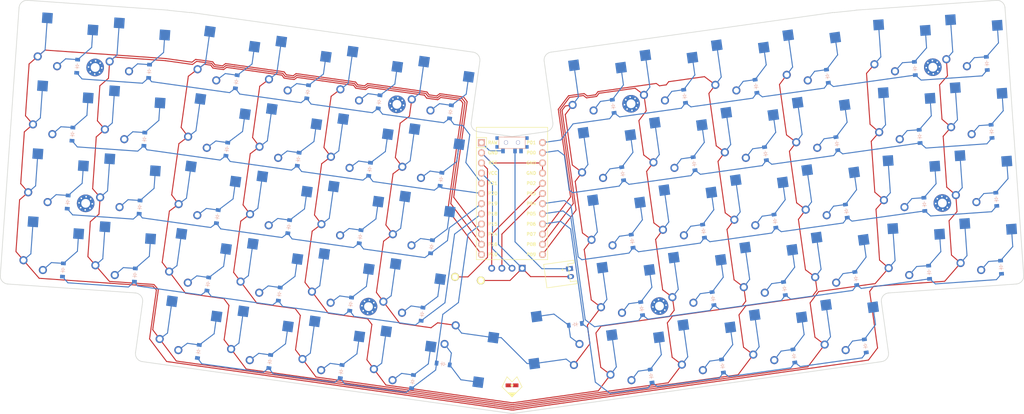
<source format=kicad_pcb>
(kicad_pcb (version 20211014) (generator pcbnew)
  (title_block (title "chonkv") (rev "v1.0.0") (company "Unknown"))
  (layers (0 "F.Cu" signal) (31 "B.Cu" signal) (34 "B.Paste" user) (35 "F.Paste" user) (36 "B.SilkS" user "B.Silkscreen") (37 "F.SilkS" user "F.Silkscreen") (38 "B.Mask" user) (39 "F.Mask" user) (44 "Edge.Cuts" user))
  (net 0 "")
  (net 1 "P14")
  (net 2 "outer_bottom")
  (net 3 "P18")
  (net 4 "outer_home")
  (net 5 "P19")
  (net 6 "outer_top")
  (net 7 "P20")
  (net 8 "outer_num")
  (net 9 "P21")
  (net 10 "P16")
  (net 11 "pinky_bottom")
  (net 12 "pinky_home")
  (net 13 "pinky_top")
  (net 14 "pinky_num")
  (net 15 "ring_mod")
  (net 16 "P15")
  (net 17 "P10")
  (net 18 "ring_bottom")
  (net 19 "ring_home")
  (net 20 "ring_top")
  (net 21 "ring_num")
  (net 22 "middle_mod")
  (net 23 "P7")
  (net 24 "middle_bottom")
  (net 25 "middle_home")
  (net 26 "middle_top")
  (net 27 "middle_num")
  (net 28 "index_mod")
  (net 29 "P8")
  (net 30 "index_bottom")
  (net 31 "index_home")
  (net 32 "index_top")
  (net 33 "index_num")
  (net 34 "inner_mod")
  (net 35 "P9")
  (net 36 "inner_bottom")
  (net 37 "inner_home")
  (net 38 "inner_top")
  (net 39 "inner_num")
  (net 40 "thumb_mod")
  (net 41 "mirror_outer_bottom")
  (net 42 "P5")
  (net 43 "mirror_outer_home")
  (net 44 "P4")
  (net 45 "mirror_outer_top")
  (net 46 "P0")
  (net 47 "mirror_outer_num")
  (net 48 "P1")
  (net 49 "mirror_pinky_bottom")
  (net 50 "mirror_pinky_home")
  (net 51 "mirror_pinky_top")
  (net 52 "mirror_pinky_num")
  (net 53 "mirror_ring_mod")
  (net 54 "P6")
  (net 55 "mirror_ring_bottom")
  (net 56 "mirror_ring_home")
  (net 57 "mirror_ring_top")
  (net 58 "mirror_ring_num")
  (net 59 "mirror_middle_mod")
  (net 60 "mirror_middle_bottom")
  (net 61 "mirror_middle_home")
  (net 62 "mirror_middle_top")
  (net 63 "mirror_middle_num")
  (net 64 "mirror_index_mod")
  (net 65 "mirror_index_bottom")
  (net 66 "mirror_index_home")
  (net 67 "mirror_index_top")
  (net 68 "mirror_index_num")
  (net 69 "mirror_inner_mod")
  (net 70 "mirror_inner_bottom")
  (net 71 "mirror_inner_home")
  (net 72 "mirror_inner_top")
  (net 73 "mirror_inner_num")
  (net 74 "mirror_thumb_mod")
  (net 75 "RAW")
  (net 76 "GND")
  (net 77 "RST")
  (net 78 "VCC")
  (net 79 "P2")
  (net 80 "P3")
  (net 81 "BAT_POS")
  (footprint "E73:SPDT_C128955" (layer "F.Cu") (at 221.488139 64.272659)
    (fp_text reference "T1" hide)
    (fp_text value "" hide)
  )
  (footprint "kbd:ResetSW" (layer "F.Cu") (at 210.488132 98.272661 172)
    (fp_text reference "B1" hide)
    (fp_text value "")
  )
  (footprint "PG1350" (layer "F.Cu") (at 161.5643 79.096983 -8)
    (fp_text reference "S16" hide)
    (fp_text value "" hide)
  )
  (footprint "PG1350" (layer "F.Cu") (at 276.680086 45.427875 8)
    (fp_text reference "S47" hide)
    (fp_text value "" hide)
  )
  (footprint "MountingHole_2.2mm_M2_Pad_Via" (layer "F.Cu") (at 326.554647 45.477663 4)
    (fp_text reference "HOLE5" hide)
    (fp_text value "")
  )
  (footprint "PG1350" (layer "F.Cu") (at 146.105414 59.757309 -8)
    (fp_text reference "S12" hide)
    (fp_text value "" hide)
  )
  (footprint "ComboDiode" (layer "F.Cu") (at 304.960551 81.391997 98)
    (fp_text reference "D40" hide)
    (fp_text value "" hide)
  )
  (footprint "ComboDiode" (layer "F.Cu") (at 206.124764 56.629959 82)
    (fp_text reference "D28" hide)
    (fp_text value "" hide)
  )
  (footprint "PG1350" (layer "F.Cu") (at 232.488125 115.399154 98)
    (fp_text reference "S58" hide)
    (fp_text value "" hide)
  )
  (footprint "PG1350" (layer "F.Cu") (at 177.02318 98.436667 -8)
    (fp_text reference "S20" hide)
    (fp_text value "" hide)
  )
  (footprint "PG1350" (layer "F.Cu") (at 139.007585 110.260985 -8)
    (fp_text reference "S9" hide)
    (fp_text value "" hide)
  )
  (footprint "ComboDiode" (layer "F.Cu") (at 302.594609 64.557433 98)
    (fp_text reference "D41" hide)
    (fp_text value "" hide)
  )
  (footprint "PG1350" (layer "F.Cu") (at 184.121007 47.932993 -8)
    (fp_text reference "S23" hide)
    (fp_text value "" hide)
  )
  (footprint "PG1350" (layer "F.Cu") (at 241.030437 50.438103 8)
    (fp_text reference "S57" hide)
    (fp_text value "" hide)
  )
  (footprint "PG1350" (layer "F.Cu") (at 192.482059 117.776339 -8)
    (fp_text reference "S24" hide)
    (fp_text value "" hide)
  )
  (footprint "ComboDiode" (layer "F.Cu") (at 143.186515 116.452835 82)
    (fp_text reference "D9" hide)
    (fp_text value "" hide)
  )
  (footprint "PG1350" (layer "F.Cu") (at 320.248215 91.479634 4)
    (fp_text reference "S34" hide)
    (fp_text value "" hide)
  )
  (footprint "ProMicro" (layer "F.Cu") (at 221.488138 78.272664 -90)
    (fp_text reference "MCU1" hide)
    (fp_text value "" hide)
  )
  (footprint "ComboDiode" (layer "F.Cu") (at 309.692433 115.061103 98)
    (fp_text reference "D38" hide)
    (fp_text value "" hide)
  )
  (footprint "ComboDiode" (layer "F.Cu") (at 128.51459 80.406309 86)
    (fp_text reference "D6" hide)
    (fp_text value "" hide)
  )
  (footprint "PG1350" (layer "F.Cu") (at 296.870853 59.757319 8)
    (fp_text reference "S41" hide)
    (fp_text value "" hide)
  )
  (footprint "PG1350" (layer "F.Cu") (at 338.204373 90.224011 4)
    (fp_text reference "S30" hide)
    (fp_text value "" hide)
  )
  (footprint "PG1350" (layer "F.Cu") (at 334.646792 39.348245 4)
    (fp_text reference "S33" hide)
    (fp_text value "" hide)
  )
  (footprint "PG1350" (layer "F.Cu") (at 250.494211 117.776332 8)
    (fp_text reference "S53" hide)
    (fp_text value "" hide)
  )
  (footprint "ComboDiode" (layer "F.Cu") (at 130.886302 46.489125 86)
    (fp_text reference "D8" hide)
    (fp_text value "" hide)
  )
  (footprint "ComboDiode" (layer "F.Cu") (at 150.28435 65.949169 82)
    (fp_text reference "D12" hide)
    (fp_text value "" hide)
  )
  (footprint "ComboDiode" (layer "F.Cu") (at 112.930148 45.233511 86)
    (fp_text reference "D4" hide)
    (fp_text value "" hide)
  )
  (footprint "ComboDiode" (layer "F.Cu") (at 199.026943 107.133627 82)
    (fp_text reference "D25" hide)
    (fp_text value "" hide)
  )
  (footprint "ComboDiode" (layer "F.Cu") (at 111.744288 62.1921 86)
    (fp_text reference "D3" hide)
    (fp_text value "" hide)
  )
  (footprint "MountingHole_2.2mm_M2_Pad_Via" (layer "F.Cu") (at 258.308213 105.115618 8)
    (fp_text reference "HOLE8" hide)
    (fp_text value "")
  )
  (footprint "PG1350" (layer "F.Cu") (at 174.657239 115.27122 -8)
    (fp_text reference "S19" hide)
    (fp_text value "" hide)
  )
  (footprint "ComboDiode" (layer "F.Cu") (at 266.944959 69.567661 98)
    (fp_text reference "D51" hide)
    (fp_text value "" hide)
  )
  (footprint "MountingHole_2.2mm_M2_Pad_Via" (layer "F.Cu") (at 115.047462 79.464602 -4)
    (fp_text reference "HOLE2" hide)
    (fp_text value "")
  )
  (footprint "PG1350" (layer "F.Cu") (at 245.762322 84.107225 8)
    (fp_text reference "S55" hide)
    (fp_text value "" hide)
  )
  (footprint "PG1350" (layer "F.Cu") (at 283.777914 95.931538 8)
    (fp_text reference "S44" hide)
    (fp_text value "" hide)
  )
  (footprint "ComboDiode" (layer "F.Cu") (at 253.852018 105.741899 98)
    (fp_text reference "D54" hide)
    (fp_text value "" hide)
  )
  (footprint "PG1350" (layer "F.Cu") (at 316.690633 40.60387 4)
    (fp_text reference "S37" hide)
    (fp_text value "" hide)
  )
  (footprint "ComboDiode" (layer "F.Cu") (at 110.558428 79.150688 86)
    (fp_text reference "D2" hide)
    (fp_text value "" hide)
  )
  (footprint "PG1350" (layer "F.Cu") (at 286.143871 112.7661 8)
    (fp_text reference "S43" hide)
    (fp_text value "" hide)
  )
  (footprint "ComboDiode" (layer "F.Cu") (at 256.217956 122.576451 98)
    (fp_text reference "D53" hide)
    (fp_text value "" hide)
  )
  (footprint "ComboDiode" (layer "F.Cu") (at 163.377279 102.123396 82)
    (fp_text reference "D15" hide)
    (fp_text value "" hide)
  )
  (footprint "ComboDiode" (layer "F.Cu") (at 340.021762 44.535952 94)
    (fp_text reference "D33" hide)
    (fp_text value "" hide)
  )
  (footprint "PG1350" (layer "F.Cu") (at 335.83265 56.30684 4)
    (fp_text reference "S32" hide)
    (fp_text value "" hide)
  )
  (footprint "PG1350" (layer "F.Cu") (at 125.099768 57.562459 -4)
    (fp_text reference "S7" hide)
    (fp_text value "" hide)
  )
  (footprint "PG1350" (layer "F.Cu") (at 317.876496 57.562441 4)
    (fp_text reference "S36" hide)
    (fp_text value "" hide)
  )
  (footprint "ComboDiode" (layer "F.Cu") (at 165.743227 85.288844 82)
    (fp_text reference "D16" hide)
    (fp_text value "" hide)
  )
  (footprint "PG1350" (layer "F.Cu") (at 108.329482 39.348256 -4)
    (fp_text reference "S4" hide)
    (fp_text value "" hide)
  )
  (footprint "PG1350" (layer "F.Cu") (at 163.930245 62.262436 -8)
    (fp_text reference "S17" hide)
    (fp_text value "" hide)
  )
  (footprint "PG1350" (layer "F.Cu") (at 248.128268 100.941777 8)
    (fp_text reference "S54" hide)
    (fp_text value "" hide)
  )
  (footprint "PG1350" (layer "F.Cu") (at 243.396376 67.272659 8)
    (fp_text reference "S56" hide)
    (fp_text value "" hide)
  )
  (footprint "PG1350" (layer "F.Cu") (at 126.285638 40.603864 -4)
    (fp_text reference "S8" hide)
    (fp_text value "" hide)
  )
  (footprint "ComboDiode" (layer "F.Cu") (at 127.328726 97.364905 86)
    (fp_text reference "D5" hide)
    (fp_text value "" hide)
  )
  (footprint "ComboDiode" (layer "F.Cu") (at 201.392881 90.299071 82)
    (fp_text reference "D26" hide)
    (fp_text value "" hide)
  )
  (footprint "PG1350" (layer "F.Cu") (at 105.957759 73.265429 -4)
    (fp_text reference "S2" hide)
    (fp_text value "" hide)
  )
  (footprint "PG1350" (layer "F.Cu") (at 107.143615 56.306837 -4)
    (fp_text reference "S3" hide)
    (fp_text value "" hide)
  )
  (footprint "ComboDiode" (layer "F.Cu") (at 284.769784 67.062556 98)
    (fp_text reference "D46" hide)
    (fp_text value "" hide)
  )
  (footprint "ComboDiode" (layer "F.Cu") (at 147.918403 82.78373 82)
    (fp_text reference "D11" hide)
    (fp_text value "" hide)
  )
  (footprint "PG1350" (layer "F.Cu") (at 148.471364 42.922756 -8)
    (fp_text reference "S13" hide)
    (fp_text value "" hide)
  )
  (footprint "PG1350" (layer "F.Cu") (at 166.296185 45.427878 -8)
    (fp_text reference "S18" hide)
    (fp_text value "" hide)
  )
  (footprint "ComboDiode" (layer "F.Cu") (at 181.202109 104.628515 82)
    (fp_text reference "D20" hide)
    (fp_text value "" hide)
  )
  (footprint "ComboDiode" (layer "F.Cu") (at 274.042783 120.071339 98)
    (fp_text reference "D48" hide)
    (fp_text value "" hide)
  )
  (footprint "ComboDiode" (layer "F.Cu") (at 342.393479 78.453127 94)
    (fp_text reference "D31" hide)
    (fp_text value "" hide)
  )
  (footprint "ComboDiode" (layer "F.Cu") (at 322.065606 45.791563 94)
    (fp_text reference "D37" hide)
    (fp_text value "" hide)
  )
  (footprint "ComboDiode" (layer "F.Cu") (at 249.120127 72.072777 98)
    (fp_text reference "D56" hide)
    (fp_text value "" hide)
  )
  (footprint "PG1350" (layer "F.Cu") (at 123.913906 74.521051 -4)
    (fp_text reference "S6" hide)
    (fp_text value "" hide)
  )
  (footprint "PG1350" (layer "F.Cu") (at 268.319032 115.271212 8)
    (fp_text reference "S48" hide)
    (fp_text value "" hide)
  )
  (footprint "ComboDiode" (layer "F.Cu") (at 183.56805 87.793962 82)
    (fp_text reference "D21" hide)
    (fp_text value "" hide)
  )
  (footprint "ComboDiode" (layer "F.Cu") (at 168.109171 68.454288 82)
    (fp_text reference "D17" hide)
    (fp_text value "" hide)
  )
  (footprint "JST_PH_S2B-PH-K_02x2.00mm_Angled" (layer "F.Cu") (at 235.988139 96.77267 -82)
    (fp_text reference "JST1" hide)
    (fp_text value "" hide)
  )
  (footprint "ComboDiode" (layer "F.Cu") (at 152.650285 49.114615 82)
    (fp_text reference "D13" hide)
    (fp_text value "" hide)
  )
  (footprint "PG1350" (layer "F.Cu") (at 261.221204 64.76755 8)
    (fp_text reference "S51" hide)
    (fp_text value "" hide)
  )
  (footprint "PG1350" (layer "F.Cu") (at 210.488134 115.399166 -98)
    (fp_text reference "S29" hide)
    (fp_text value "" hide)
  )
  (footprint "MountingHole_2.2mm_M2_Pad_Via" (layer "F.Cu") (at 185.658319 105.254797 -8)
    (fp_text reference "HOLE4" hide)
    (fp_text value "")
  )
  (footprint "ComboDiode" (layer "F.Cu") (at 109.372578 96.109285 86)
    (fp_text reference "D1" hide)
    (fp_text value "" hide)
  )
  (footprint "PG1350" (layer "F.Cu") (at 337.018507 73.265436 4)
    (fp_text reference "S31" hide)
    (fp_text value "" hide)
  )
  (footprint "PG1350" (layer "F.Cu") (at 104.771899 90.224012 -4)
    (fp_text reference "S1" hide)
    (fp_text value "" hide)
  )
  (footprint "MountingHole_2.2mm_M2_Pad_Via" (layer "F.Cu") (at 328.926369 79.394837 4)
    (fp_text reference "HOLE6" hide)
    (fp_text value "")
  )
  (footprint "PG1350" (layer "F.Cu") (at 294.504911 42.922764 8)
    (fp_text reference "S42" hide)
    (fp_text value "" hide)
  )
  (footprint "ComboDiode" (layer "F.Cu") (at 323.251472 62.750158 94)
    (fp_text reference "D36" hide)
    (fp_text value "" hide)
  )
  (footprint "MountingHole_2.2mm_M2_Pad_Via" (layer "F.Cu") (at 117.419184 45.547414 -4)
    (fp_text reference "HOLE1" hide)
    (fp_text value "")
  )
  (footprint "ComboDiode" (layer "F.Cu") (at 188.299937 54.124842 82)
    (fp_text reference "D23" hide)
    (fp_text value "" hide)
  )
  (footprint "ComboDiode" (layer "F.Cu") (at 203.758818 73.464513 82)
    (fp_text reference "D27" hide)
    (fp_text value "" hide)
  )
  (footprint "PG1350" (layer "F.Cu") (at 156.832412 112.766104 -8)
    (fp_text reference "S14" hide)
    (fp_text value "" hide)
  )
  (footprint "MountingHole_2.2mm_M2_Pad_Via" (layer "F.Cu") (at 251.210388 54.611956 8)
    (fp_text reference "HOLE7" hide)
    (fp_text value "")
  )
  (footprint "PG1350" (layer "F.Cu") (at 281.411975 79.096991 8)
    (fp_text reference "S45" hide)
    (fp_text value "" hide)
  )
  (footprint "PG1350" (layer "F.Cu") (at 141.373532 93.426432 -8)
    (fp_text reference "S10" hide)
    (fp_text value "" hide)
  )
  (footprint "ComboDiode" (layer "F.Cu") (at 307.326494 98.226547 98)
    (fp_text reference "D39" hide)
    (fp_text value "" hide)
  )
  (footprint "ComboDiode" (layer "F.Cu") (at 251.486073 88.907343 98)
    (fp_text reference "D55" hide)
    (fp_text value "" hide)
  )
  (footprint "ComboDiode" (layer "F.Cu") (at 196.660993 123.968193 82)
    (fp_text reference "D24" hide)
    (fp_text value "" hide)
  )
  (footprint "PG1350" (layer "F.Cu") (at 159.198358 95.931549 -8)
    (fp_text reference "S15" hide)
    (fp_text value "" hide)
  )
  (footprint "ComboDiode" (layer "F.Cu") (at 287.135724 83.897102 98)
    (fp_text reference "D45" hide)
    (fp_text value "" hide)
  )
  (footprint "PG1350" (layer "F.Cu") (at 199.579893 67.272662 -8)
    (fp_text reference "S27" hide)
    (fp_text value "" hide)
  )
  (footprint "PG1350" (layer "F.Cu") (at 301.602742 93.426429 8)
    (fp_text reference "S39" hide)
    (fp_text value "" hide)
  )
  (footprint "PG1350" (layer "F.Cu") (at 265.953081 98.436671 8)
    (fp_text reference "S49" hide)
    (fp_text value "" hide)
  )
  (footprint "ComboDiode" (layer "F.Cu") (at 185.933998 70.959399 82)
    (fp_text reference "D22" hide)
    (fp_text value "" hide)
  )
  (footprint "ComboDiode" (layer "F.Cu") (at 246.754178 55.238225 98)
    (fp_text reference "D57" hide)
    (fp_text value "" hide)
  )
  (footprint "ComboDiode" (layer "F.Cu") (at 161.011341 118.957962 82)
    (fp_text reference "D14" hide)
    (fp_text value "" hide)
  )
  (footprint "PG1350" (layer "F.Cu") (at 201.94583 50.438101 -8)
    (fp_text reference "S28" hide)
    (fp_text value "" hide)
  )
  (footprint "lib:OLED_headers" (layer "F.Cu") (at 214.238137 97.272661 90)
    (fp_text reference "OLED1" hide)
    (fp_text value "OLED" hide)
  )
  (footprint "ComboDiode" (layer "F.Cu") (at 264.57901 52.733116 98)
    (fp_text reference "D52" hide)
    (fp_text value "" hide)
  )
  (footprint "ComboDiode" (layer "F.Cu") (at 129.700442 63.447719 86)
    (fp_text reference "D7" hide)
    (fp_text value "" hide)
  )
  (footprint "ComboDiode" (layer "F.Cu") (at 178.836171 121.463074 82)
    (fp_text reference "D19" hide)
    (fp_text value "" hide)
  )
  (footprint "ComboDiode" (layer "F.Cu") (at 300.228657 47.722878 98)
    (fp_text reference "D42" hide)
    (fp_text value "" hide)
  )
  (footprint "ComboDiode" (layer "F.Cu") (at 324.43732 79.70875 94)
    (fp_text reference "D35" hide)
    (fp_text value "" hide)
  )
  (footprint "ComboDiode" (layer "F.Cu") (at 343.579341 95.411713 94)
    (fp_text reference "D30" hide)
    (fp_text value "" hide)
  )
  (footprint "ComboDiode" (layer "F.Cu") (at 237.288258 109.67541 -172)
    (fp_text reference "D58" hide)
    (fp_text value "" hide)
  )
  (footprint "ComboDiode" (layer "F.Cu") (at 269.310901 86.402231 98)
    (fp_text reference "D50" hide)
    (fp_text value "" hide)
  )
  (footprint "ComboDiode" (layer "F.Cu") (at 271.676846 103.236781 98)
    (fp_text reference "D49" hide)
    (fp_text value "" hide)
  )
  (footprint "ComboDiode" (layer "F.Cu") (at 282.403835 50.227993 98)
    (fp_text reference "D47" hide)
    (fp_text value "" hide)
  )
  (footprint "PG1350" (layer "F.Cu") (at 263.587144 81.602105 8)
    (fp_text reference "S50" hide)
    (fp_text value "" hide)
  )
  (footprint "PG1350" (layer "F.Cu") (at 194.848005 100.94178 -8)
    (fp_text reference "S25" hide)
    (fp_text value "" hide)
  )
  (footprint "ComboDiode" (layer "F.Cu") (at 291.86761 117.566226 98)
    (fp_text reference "D43" hide)
    (fp_text value "" hide)
  )
  (footprint "PG1350" (layer "F.Cu") (at 181.755074 64.76755 -8)
    (fp_text reference "S22" hide)
    (fp_text value "" hide)
  )
  (footprint "PG1350" (layer "F.Cu") (at 122.728051 91.479633 -4)
    (fp_text reference "S5" hide)
    (fp_text value "" hide)
  )
  (footprint "PG1350" (layer "F.Cu") (at 319.062362 74.521046 4)
    (fp_text reference "S35" hide)
    (fp_text value "" hide)
  )
  (footprint "PG1350" (layer "F.Cu") (at 299.236799 76.591874 8)
    (fp_text reference "S40" hide)
    (fp_text value "" hide)
  )
  (footprint "ComboDiode" (layer "F.Cu") (at 325.62319 96.667329 94)
    (fp_text reference "D34" hide)
    (fp_text value "" hide)
  )
  (footprint "PG1350" (layer "F.Cu") (at 258.855263 47.932989 8)
    (fp_text reference "S52" hide)
    (fp_text value "" hide)
  )
  (footprint "ComboDiode" (layer "F.Cu") (at 170.475109 51.619719 82)
    (fp_text reference "D18" hide)
    (fp_text value "" hide)
  )
  (footprint "PG1350" (layer "F.Cu") (at 179.389125 81.602094 -8)
    (fp_text reference "S21" hide)
    (fp_text value "" hide)
  )
  (footprint "PG1350" (layer "F.Cu") (at 197.213951 84.107222 -8)
    (fp_text reference "S26" hide)
    (fp_text value "" hide)
  )
  (footprint "ComboDiode" (layer "F.Cu") (at 341.207621 61.494544 94)
    (fp_text reference "D32" hide)
    (fp_text value "" hide)
  )
  (footprint "PG1350" (layer "F.Cu") (at 143.739472 76.591875 -8)
    (fp_text reference "S11" hide)
    (fp_text value "" hide)
  )
  (footprint "PG1350" (layer "F.Cu") (at 279.04603 62.262432 8)
    (fp_text reference "S46" hide)
    (fp_text value "" hide)
  )
  (footprint "MountingHole_2.2mm_M2_Pad_Via" (layer "F.Cu") (at 192.756146 54.751128 -8)
    (fp_text reference "HOLE3" hide)
    (fp_text value "")
  )
  (footprint "ComboDiode" (layer "F.Cu") (at 145.552461 99.618286 82)
    (fp_text reference "D10" hide)
    (fp_text value "" hide)
  )
  (footprint "PG1350" (layer "F.Cu") (at 303.968674 110.260983 8)
    (fp_text reference "S38" hide)
    (fp_text value "" hide)
  )
  (footprint "ComboDiode" (layer "F.Cu") (at 289.501658 100.73166 98)
    (fp_text reference "D44" hide)
    (fp_text value "" hide)
  )
  (footprint "ComboDiode" (layer "F.Cu") (at 204.296284 119.578092 -8)
    (fp_text reference "D29" hide)
    (fp_text value "" hide)
  )
  (gr_line (start 221.238136 125.026338) (end 221.238136 124.776336) (layer "F.SilkS") (width 0.15))
  (gr_line (start 223.988142 125.27633) (end 221.488132 127.776332) (layer "F.SilkS") (width 0.15))
  (gr_line (start 218.988131 125.276332) (end 220.238131 122.776338) (layer "F.SilkS") (width 0.15))
  (gr_line (start 221.488132 127.776332) (end 220.488134 126.77633) (layer "F.SilkS") (width 0.15))
  (gr_line (start 221.488138 124.026332) (end 222.738131 122.776332) (layer "F.SilkS") (width 0.15))
  (gr_line (start 222.488132 126.776329) (end 221.488132 127.776332) (layer "F.SilkS") (width 0.15))
  (gr_line (start 221.738136 125.026336) (end 221.238136 125.026338) (layer "F.SilkS") (width 0.15))
  (gr_line (start 221.238137 124.775529) (end 221.738131 124.775519) (layer "F.SilkS") (width 0.15))
  (gr_line (start 220.488134 126.77633) (end 222.488132 126.776329) (layer "F.SilkS") (width 0.15))
  (gr_line (start 221.738128 124.776331) (end 221.738136 125.026336) (layer "F.SilkS") (width 0.15))
  (gr_line (start 222.738131 122.776332) (end 223.988142 125.27633) (layer "F.SilkS") (width 0.15))
  (gr_line (start 220.238131 122.776338) (end 221.488138 124.026332) (layer "F.SilkS") (width 0.15))
  (gr_line (start 221.488132 127.776332) (end 218.988131 125.276332) (layer "F.SilkS") (width 0.15))
  (gr_line (start 93.739428 97.47209) (end 95.971632 65.550042) (layer "Edge.Cuts") (width 0.15))
  (gr_line (start 135.892724 31.299155) (end 140.984315 31.826035) (layer "Edge.Cuts") (width 0.15))
  (gr_line (start 221.76648 131.912032) (end 313.777691 118.980704) (layer "Edge.Cuts") (width 0.15))
  (gr_line (start 307.51378 31.221163) (end 342.428525 28.779682) (layer "Edge.Cuts") (width 0.15))
  (gr_line (start 100.54775 28.779677) (end 135.462484 31.221159) (layer "Edge.Cuts") (width 0.15))
  (gr_arc (start 313.706878 104.106212) (mid 314.133117 102.569219) (end 315.547899 101.832729) (layer "Edge.Cuts") (width 0.15))
  (gr_line (start 315.547899 101.832729) (end 347.381234 99.606731) (layer "Edge.Cuts") (width 0.15))
  (gr_arc (start 307.083556 31.299154) (mid 307.29653 31.248365) (end 307.51378 31.221163) (layer "Edge.Cuts") (width 0.15))
  (gr_line (start 315.479882 116.721815) (end 313.706877 104.10621) (layer "Edge.Cuts") (width 0.15))
  (gr_arc (start 213.002042 61.585319) (mid 211.683116 60.808415) (end 211.299848 59.326438) (layer "Edge.Cuts") (width 0.15))
  (gr_arc (start 342.428525 28.779682) (mid 343.880148 29.265392) (end 344.56316 30.635289) (layer "Edge.Cuts") (width 0.15))
  (gr_arc (start 135.462486 31.221159) (mid 135.679743 31.248365) (end 135.892724 31.299155) (layer "Edge.Cuts") (width 0.15))
  (gr_line (start 129.198572 118.980705) (end 221.209793 131.912038) (layer "Edge.Cuts") (width 0.15))
  (gr_line (start 229.974233 61.585311) (end 221.766478 62.73884) (layer "Edge.Cuts") (width 0.15))
  (gr_line (start 129.269394 104.106208) (end 127.496386 116.721814) (layer "Edge.Cuts") (width 0.15))
  (gr_arc (start 127.428373 101.832727) (mid 128.843157 102.569215) (end 129.269394 104.106208) (layer "Edge.Cuts") (width 0.15))
  (gr_line (start 344.56316 30.635289) (end 349.236849 97.472091) (layer "Edge.Cuts") (width 0.15))
  (gr_arc (start 129.198572 118.980705) (mid 127.879645 118.203795) (end 127.496386 116.721814) (layer "Edge.Cuts") (width 0.15))
  (gr_line (start 141.445806 31.8371) (end 211.754838 41.71841) (layer "Edge.Cuts") (width 0.15))
  (gr_arc (start 211.754838 41.71841) (mid 213.073761 42.495313) (end 213.457039 43.977283) (layer "Edge.Cuts") (width 0.15))
  (gr_line (start 307.083558 31.299154) (end 301.991953 31.82604) (layer "Edge.Cuts") (width 0.15))
  (gr_arc (start 95.595035 99.60672) (mid 94.225133 98.923716) (end 93.739428 97.47209) (layer "Edge.Cuts") (width 0.15))
  (gr_line (start 96.180899 62.557352) (end 98.413107 30.635298) (layer "Edge.Cuts") (width 0.15))
  (gr_arc (start 301.530458 31.837101) (mid 301.760885 31.818211) (end 301.991953 31.82604) (layer "Edge.Cuts") (width 0.15))
  (gr_line (start 221.209786 62.738831) (end 213.002042 61.585319) (layer "Edge.Cuts") (width 0.15))
  (gr_arc (start 140.984315 31.826035) (mid 141.215381 31.818206) (end 141.445806 31.8371) (layer "Edge.Cuts") (width 0.15))
  (gr_line (start 95.595035 99.60672) (end 127.428373 101.832727) (layer "Edge.Cuts") (width 0.15))
  (gr_line (start 229.519239 43.977278) (end 231.676427 59.326432) (layer "Edge.Cuts") (width 0.15))
  (gr_arc (start 231.676427 59.326432) (mid 231.293162 60.80841) (end 229.974233 61.585311) (layer "Edge.Cuts") (width 0.15))
  (gr_line (start 231.221428 41.7184) (end 301.530458 31.837101) (layer "Edge.Cuts") (width 0.15))
  (gr_line (start 96.180899 62.557352) (end 95.971632 65.550042) (layer "Edge.Cuts") (width 0.15))
  (gr_arc (start 221.76648 131.912032) (mid 221.488137 131.931496) (end 221.209793 131.912038) (layer "Edge.Cuts") (width 0.15))
  (gr_arc (start 229.519239 43.977278) (mid 229.9025 42.495301) (end 231.221428 41.7184) (layer "Edge.Cuts") (width 0.15))
  (gr_arc (start 349.236849 97.472091) (mid 348.751139 98.92372) (end 347.381234 99.606731) (layer "Edge.Cuts") (width 0.15))
  (gr_arc (start 98.413107 30.635298) (mid 99.096116 29.265388) (end 100.54775 28.779677) (layer "Edge.Cuts") (width 0.15))
  (gr_line (start 211.299848 59.326438) (end 213.457039 43.977283) (layer "Edge.Cuts") (width 0.15))
  (gr_arc (start 315.479882 116.721815) (mid 315.096612 118.203791) (end 313.777691 118.980704) (layer "Edge.Cuts") (width 0.15))
  (gr_arc (start 221.766478 62.73884) (mid 221.488132 62.758303) (end 221.209786 62.738831) (layer "Edge.Cuts") (width 0.15))
  (segment (start 135.256732 118.951506) (end 135.814571 119.029905) (width 0.25) (layer "F.Cu") (net 1))
  (segment (start 312.758527 115.56683) (end 310.546903 118.501746) (width 0.25) (layer "F.Cu") (net 1))
  (segment (start 99.736712 61.621248) (end 101.89073 59.748797) (width 0.25) (layer "F.Cu") (net 1))
  (segment (start 329.132756 62.720812) (end 331.109909 60.446363) (width 0.25) (layer "F.Cu") (net 1))
  (segment (start 330.212333 47.610417) (end 329.924055 43.487781) (width 0.25) (layer "F.Cu") (net 1))
  (segment (start 143.689111 120.136603) (end 168.940948 123.685505) (width 0.25) (layer "F.Cu") (net 1))
  (segment (start 164.798263 46.911266) (end 165.148562 47.376137) (width 0.25) (layer "F.Cu") (net 1))
  (segment (start 328.235184 49.884874) (end 330.212333 47.610417) (width 0.25) (layer "F.Cu") (net 1))
  (segment (start 103.076577 42.790214) (end 104.897693 41.207151) (width 0.25) (layer "F.Cu") (net 1))
  (segment (start 97.646547 91.511962) (end 98.550849 78.579844) (width 0.25) (layer "F.Cu") (net 1))
  (segment (start 333.48163 94.363544) (end 329.518237 98.922898) (width 0.25) (layer "F.Cu") (net 1))
  (segment (start 209.416679 52.927217) (end 210.279817 54.072635) (width 0.25) (layer "F.Cu") (net 1))
  (segment (start 146.758714 44.121206) (end 147.079824 44.547333) (width 0.25) (layer "F.Cu") (net 1))
  (segment (start 98.550849 78.579844) (end 100.704861 76.707388) (width 0.25) (layer "F.Cu") (net 1))
  (segment (start 141.581622 44.229418) (end 142.516436 43.524994) (width 0.25) (layer "F.Cu") (net 1))
  (segment (start 121.133449 99.413779) (end 131.87845 100.16514) (width 0.25) (layer "F.Cu") (net 1))
  (segment (start 184.687152 50.122107) (end 185.406589 49.579977) (width 0.25) (layer "F.Cu") (net 1))
  (segment (start 149.981611 44.574156) (end 152.209713 44.887301) (width 0.25) (layer "F.Cu") (net 1))
  (segment (start 205.18906 52.333063) (end 209.416679 52.927217) (width 0.25) (layer "F.Cu") (net 1))
  (segment (start 149.231793 45.139182) (end 149.981611 44.574156) (width 0.25) (layer "F.Cu") (net 1))
  (segment (start 166.862331 47.616983) (end 167.58176 47.074856) (width 0.25) (layer "F.Cu") (net 1))
  (segment (start 185.406589 49.579977) (end 185.436968 49.557082) (width 0.25) (layer "F.Cu") (net 1))
  (segment (start 152.209713 44.887301) (end 164.58355 46.626322) (width 0.25) (layer "F.Cu") (net 1))
  (segment (start 182.516697 49.2752) (end 182.973392 49.881264) (width 0.25) (layer "F.Cu") (net 1))
  (segment (start 99.519004 93.665974) (end 103.43997 98.176531) (width 0.25) (layer "F.Cu") (net 1))
  (segment (start 200.233192 51.636555) (end 200.447918 51.9215) (width 0.25) (layer "F.Cu") (net 1))
  (segment (start 104.897693 41.207151) (end 135.108557 43.319699) (width 0.25) (layer "F.Cu") (net 1))
  (segment (start 210.279817 54.072635) (end 206.924358 77.94796) (width 0.25) (layer "F.Cu") (net 1))
  (segment (start 131.87845 100.16514) (end 132.710963 101.122844) (width 0.25) (layer "F.Cu") (net 1))
  (segment (start 332.29577 77.404951) (end 330.021317 75.427802) (width 0.25) (layer "F.Cu") (net 1))
  (segment (start 329.518237 98.922898) (end 312.047048 100.144609) (width 0.25) (layer "F.Cu") (net 1))
  (segment (start 310.77531 101.455505) (end 312.758527 115.56683) (width 0.25) (layer "F.Cu") (net 1))
  (segment (start 310.471901 118.601284) (end 292.924537 121.067409) (width 0.25) (layer "F.Cu") (net 1))
  (segment (start 202.706279 52.654526) (end 203.456091 52.089503) (width 0.25) (layer "F.Cu") (net 1))
  (segment (start 100.018268 57.594784) (end 100.922566 44.662673) (width 0.25) (layer "F.Cu") (net 1))
  (segment (start 182.431259 49.161826) (end 182.516697 49.2752) (width 0.25) (layer "F.Cu") (net 1))
  (segment (start 206.924358 77.94796) (end 213.868138 87.162666) (width 0.25) (layer "F.Cu") (net 1))
  (segment (start 164.58355 46.626322) (end 164.798263 46.911266) (width 0.25) (layer "F.Cu") (net 1))
  (segment (start 103.43997 98.176531) (end 121.133449 99.413779) (width 0.25) (layer "F.Cu") (net 1))
  (segment (start 135.108557 43.319699) (end 141.581622 44.229418) (width 0.25) (layer "F.Cu") (net 1))
  (segment (start 147.32374 44.871022) (end 149.231793 45.139182) (width 0.25) (layer "F.Cu") (net 1))
  (segment (start 142.516436 43.524994) (end 146.758714 44.121206) (width 0.25) (layer "F.Cu") (net 1))
  (segment (start 331.207174 92.386392) (end 330.606902 83.802052) (width 0.25) (layer "F.Cu") (net 1))
  (segment (start 98.83241 74.553364) (end 99.736712 61.621248) (width 0.25) (layer "F.Cu") (net 1))
  (segment (start 328.835455 58.469217) (end 328.235184 49.884874) (width 0.25) (layer "F.Cu") (net 1))
  (segment (start 100.922566 44.662673) (end 103.076589 42.790206) (width 0.25) (layer "F.Cu") (net 1))
  (segment (start 182.973392 49.881264) (end 184.687152 50.122107) (width 0.25) (layer "F.Cu") (net 1))
  (segment (start 168.940948 123.685505) (end 217.020678 130.44268) (width 0.25) (layer "F.Cu") (net 1))
  (segment (start 200.447918 51.9215) (end 200.798216 52.386371) (width 0.25) (layer "F.Cu") (net 1))
  (segment (start 200.798216 52.386371) (end 202.706279 52.654526) (width 0.25) (layer "F.Cu") (net 1))
  (segment (start 99.519012 93.665972) (end 97.646547 91.511962) (width 0.25) (layer "F.Cu") (net 1))
  (segment (start 100.704861 76.707388) (end 98.83241 74.553364) (width 0.25) (layer "F.Cu") (net 1))
  (segment (start 130.999331 113.301744) (end 135.256732 118.951506) (width 0.25) (layer "F.Cu") (net 1))
  (segment (start 311.729512 100.189228) (end 310.77531 101.455505) (width 0.25) (layer "F.Cu") (net 1))
  (segment (start 333.481634 94.363541) (end 331.207174 92.386392) (width 0.25) (layer "F.Cu") (net 1))
  (segment (start 292.924537 121.067409) (end 221.858559 131.059581) (width 0.25) (layer "F.Cu") (net 1))
  (segment (start 330.606902 83.802052) (end 332.584047 81.527604) (width 0.25) (layer "F.Cu") (net 1))
  (segment (start 165.148562 47.376137) (end 166.862331 47.616983) (width 0.25) (layer "F.Cu") (net 1))
  (segment (start 185.436968 49.557082) (end 200.233192 51.636555) (width 0.25) (layer "F.Cu") (net 1))
  (segment (start 312.047048 100.144609) (end 311.729512 100.189228) (width 0.25) (layer "F.Cu") (net 1))
  (segment (start 332.584047 81.527604) (end 332.29577 77.404951) (width 0.25) (layer "F.Cu") (net 1))
  (segment (start 203.456091 52.089503) (end 205.18906 52.333063) (width 0.25) (layer "F.Cu") (net 1))
  (segment (start 221.264743 131.043883) (end 221.834739 131.063881) (width 0.25) (layer "F.Cu") (net 1))
  (segment (start 310.546903 118.501746) (end 310.471901 118.601284) (width 0.25) (layer "F.Cu") (net 1))
  (segment (start 331.109909 60.446363) (end 328.835455 58.469217) (width 0.25) (layer "F.Cu") (net 1))
  (segment (start 217.020678 130.44268) (end 221.285455 131.042048) (width 0.25) (layer "F.Cu") (net 1))
  (segment (start 167.58176 47.074856) (end 182.431259 49.161826) (width 0.25) (layer "F.Cu") (net 1))
  (segment (start 135.814571 119.029905) (end 143.689111 120.136603) (width 0.25) (layer "F.Cu") (net 1))
  (segment (start 147.079824 44.547333) (end 147.32374 44.871022) (width 0.25) (layer "F.Cu") (net 1))
  (segment (start 101.89073 59.748797) (end 100.018268 57.594784) (width 0.25) (layer "F.Cu") (net 1))
  (segment (start 330.021317 75.427802) (end 329.132756 62.720812) (width 0.25) (layer "F.Cu") (net 1))
  (segment (start 132.710963 101.122844) (end 130.999331 113.301744) (width 0.25) (layer "F.Cu") (net 1))
  (segment (start 101.919936 84.060054) (end 101.360131 92.065511) (width 0.25) (layer "B.Cu") (net 1))
  (segment (start 331.524517 41.646642) (end 330.96472 33.641208) (width 0.25) (layer "B.Cu") (net 1))
  (segment (start 101.89073 59.748797) (end 103.731849 58.14833) (width 0.25) (layer "B.Cu") (net 1))
  (segment (start 104.91771 41.189746) (end 105.477511 33.1843) (width 0.25) (layer "B.Cu") (net 1))
  (segment (start 101.360131 92.065511) (end 99.519012 93.665972) (width 0.25) (layer "B.Cu") (net 1))
  (segment (start 100.704861 76.707388) (end 102.545995 75.106915) (width 0.25) (layer "B.Cu") (net 1))
  (segment (start 333.336435 67.558368) (end 333.896239 75.563828) (width 0.25) (layer "B.Cu") (net 1))
  (segment (start 103.076589 42.790206) (end 104.91771 41.189746) (width 0.25) (layer "B.Cu") (net 1))
  (segment (start 332.710378 58.605234) (end 331.109909 60.446363) (width 0.25) (layer "B.Cu") (net 1))
  (segment (start 335.082091 92.522413) (end 333.481634 94.363541) (width 0.25) (layer "B.Cu") (net 1))
  (segment (start 333.896239 75.563828) (end 332.29577 77.404951) (width 0.25) (layer "B.Cu") (net 1))
  (segment (start 334.522304 84.516964) (end 335.082091 92.522413) (width 0.25) (layer "B.Cu") (net 1))
  (segment (start 332.150582 50.599782) (end 332.710378 58.605234) (width 0.25) (layer "B.Cu") (net 1))
  (segment (start 103.731849 58.14833) (end 104.291646 50.14288) (width 0.25) (layer "B.Cu") (net 1))
  (segment (start 102.545995 75.106915) (end 103.105792 67.101473) (width 0.25) (layer "B.Cu") (net 1))
  (segment (start 329.924055 43.487781) (end 331.524517 41.646642) (width 0.25) (layer "B.Cu") (net 1))
  (segment (start 109.48767 94.463304) (end 106.494974 94.254035) (width 0.25) (layer "B.Cu") (net 2))
  (segment (start 106.494974 94.254035) (end 104.360335 96.109639) (width 0.25) (layer "B.Cu") (net 2))
  (segment (start 112.983141 91.424724) (end 109.48767 94.463304) (width 0.25) (layer "B.Cu") (net 2))
  (segment (start 113.28833 87.060385) (end 112.983141 91.424724) (width 0.25) (layer "B.Cu") (net 2))
  (segment (start 182.053554 107.697094) (end 197.362662 109.848659) (width 0.25) (layer "B.Cu") (net 3))
  (segment (start 180.972473 106.262452) (end 182.053554 107.697094) (width 0.25) (layer "B.Cu") (net 3))
  (segment (start 197.362662 109.848659) (end 198.797298 108.767573) (width 0.25) (layer "B.Cu") (net 3))
  (segment (start 164.228732 105.191987) (end 178.913712 107.255815) (width 0.25) (layer "B.Cu") (net 3))
  (segment (start 127.213628 99.010877) (end 127.209221 99.07386) (width 0.25) (layer "B.Cu") (net 3))
  (segment (start 163.147652 103.757341) (end 164.228732 105.191987) (width 0.25) (layer "B.Cu") (net 3))
  (segment (start 127.213629 99.010875) (end 128.038721 100.105814) (width 0.25) (layer "B.Cu") (net 3))
  (segment (start 179.537829 107.343537) (end 178.913712 107.255815) (width 0.25) (layer "B.Cu") (net 3))
  (segment (start 207.151715 87.143853) (end 204.742308 104.28769) (width 0.25) (layer "B.Cu") (net 3))
  (segment (start 213.86814 82.082664) (end 207.151715 87.143853) (width 0.25) (layer "B.Cu") (net 3))
  (segment (start 143.888172 102.333301) (end 145.322819 101.252228) (width 0.25) (layer "B.Cu") (net 3))
  (segment (start 161.713005 104.838428) (end 146.403904 102.686871) (width 0.25) (layer "B.Cu") (net 3))
  (segment (start 127.209221 99.07386) (end 125.733359 100.356814) (width 0.25) (layer "B.Cu") (net 3))
  (segment (start 146.403904 102.686871) (end 145.322819 101.252228) (width 0.25) (layer "B.Cu") (net 3))
  (segment (start 204.742308 104.28769) (end 204.352443 104.581473) (width 0.25) (layer "B.Cu") (net 3))
  (segment (start 180.972473 106.262452) (end 179.537829 107.343537) (width 0.25) (layer "B.Cu") (net 3))
  (segment (start 163.147652 103.757341) (end 161.713005 104.838428) (width 0.25) (layer "B.Cu") (net 3))
  (segment (start 110.599003 99.298501) (end 109.257473 97.755257) (width 0.25) (layer "B.Cu") (net 3))
  (segment (start 128.038721 100.105814) (end 143.888172 102.333301) (width 0.25) (layer "B.Cu") (net 3))
  (segment (start 198.797305 108.767567) (end 204.352443 104.581473) (width 0.25) (layer "B.Cu") (net 3))
  (segment (start 125.733359 100.356814) (end 110.599003 99.298501) (width 0.25) (layer "B.Cu") (net 3))
  (segment (start 110.673528 77.50471) (end 107.680838 77.295443) (width 0.25) (layer "B.Cu") (net 4))
  (segment (start 114.169004 74.46614) (end 110.673528 77.50471) (width 0.25) (layer "B.Cu") (net 4))
  (segment (start 114.474193 70.101794) (end 114.169004 74.46614) (width 0.25) (layer "B.Cu") (net 4))
  (segment (start 107.680838 77.295443) (end 105.546196 79.151054) (width 0.25) (layer "B.Cu") (net 4))
  (segment (start 181.903774 90.508981) (end 183.33842 89.427902) (width 0.25) (layer "B.Cu") (net 5))
  (segment (start 126.919215 83.39822) (end 111.784856 82.339918) (width 0.25) (layer "B.Cu") (net 5))
  (segment (start 146.254121 85.498747) (end 147.688771 84.417673) (width 0.25) (layer "B.Cu") (net 5))
  (segment (start 201.163246 91.93301) (end 205.369865 88.763098) (width 0.25) (layer "B.Cu") (net 5))
  (segment (start 183.33842 89.427902) (end 184.419499 90.862543) (width 0.25) (layer "B.Cu") (net 5))
  (segment (start 128.395085 82.115272) (end 126.919215 83.39822) (width 0.25) (layer "B.Cu") (net 5))
  (segment (start 199.728598 93.014089) (end 201.16324 91.933015) (width 0.25) (layer "B.Cu") (net 5))
  (segment (start 129.189334 83.100454) (end 146.254121 85.498747) (width 0.25) (layer "B.Cu") (net 5))
  (segment (start 165.51359 86.922788) (end 166.594671 88.357423) (width 0.25) (layer "B.Cu") (net 5))
  (segment (start 165.51359 86.922788) (end 164.078942 88.003863) (width 0.25) (layer "B.Cu") (net 5))
  (segment (start 128.399493 82.052294) (end 128.395085 82.115272) (width 0.25) (layer "B.Cu") (net 5))
  (segment (start 128.399493 82.052294) (end 129.189334 83.100454) (width 0.25) (layer "B.Cu") (net 5))
  (segment (start 148.769852 85.852314) (end 147.688771 84.417673) (width 0.25) (layer "B.Cu") (net 5))
  (segment (start 205.369865 88.763098) (end 205.81259 85.61296) (width 0.25) (layer "B.Cu") (net 5))
  (segment (start 111.784856 82.339918) (end 110.443335 80.796668) (width 0.25) (layer "B.Cu") (net 5))
  (segment (start 166.594671 88.357423) (end 181.903774 90.508981) (width 0.25) (layer "B.Cu") (net 5))
  (segment (start 205.81259 85.61296) (end 213.868138 79.542664) (width 0.25) (layer "B.Cu") (net 5))
  (segment (start 164.078942 88.003863) (end 148.769852 85.852314) (width 0.25) (layer "B.Cu") (net 5))
  (segment (start 184.419499 90.862543) (end 199.728598 93.014089) (width 0.25) (layer "B.Cu") (net 5))
  (segment (start 108.866703 60.336854) (end 106.732054 62.192469) (width 0.25) (layer "B.Cu") (net 6))
  (segment (start 115.354864 57.507553) (end 111.859385 60.546118) (width 0.25) (layer "B.Cu") (net 6))
  (segment (start 111.859385 60.546118) (end 108.866703 60.336854) (width 0.25) (layer "B.Cu") (net 6))
  (segment (start 115.660047 53.143199) (end 115.354864 57.507553) (width 0.25) (layer "B.Cu") (net 6))
  (segment (start 130.339952 66.095089) (end 129.585351 65.093705) (width 0.25) (layer "B.Cu") (net 7))
  (segment (start 186.785446 74.027983) (end 202.094545 76.179538) (width 0.25) (layer "B.Cu") (net 7))
  (segment (start 213.86814 77.002667) (end 203.909429 75.60306) (width 0.25) (layer "B.Cu") (net 7))
  (segment (start 150.054711 67.583115) (end 151.135785 69.017749) (width 0.25) (layer "B.Cu") (net 7))
  (segment (start 151.135785 69.017749) (end 166.444885 71.169307) (width 0.25) (layer "B.Cu") (net 7))
  (segment (start 128.042095 66.43523) (end 112.970717 65.381327) (width 0.25) (layer "B.Cu") (net 7))
  (segment (start 185.704352 72.59334) (end 186.785446 74.027983) (width 0.25) (layer "B.Cu") (net 7))
  (segment (start 203.909429 75.60306) (end 203.529182 75.098458) (width 0.25) (layer "B.Cu") (net 7))
  (segment (start 168.960616 71.522871) (end 184.269713 73.674422) (width 0.25) (layer "B.Cu") (net 7))
  (segment (start 112.970717 65.381327) (end 111.629194 63.838075) (width 0.25) (layer "B.Cu") (net 7))
  (segment (start 184.269713 73.674422) (end 185.704352 72.59334) (width 0.25) (layer "B.Cu") (net 7))
  (segment (start 166.444885 71.169307) (end 167.879532 70.08823) (width 0.25) (layer "B.Cu") (net 7))
  (segment (start 129.585351 65.093705) (end 128.042095 66.43523) (width 0.25) (layer "B.Cu") (net 7))
  (segment (start 167.879532 70.08823) (end 168.960616 71.522871) (width 0.25) (layer "B.Cu") (net 7))
  (segment (start 148.620069 68.66419) (end 130.339952 66.095089) (width 0.25) (layer "B.Cu") (net 7))
  (segment (start 150.054711 67.583115) (end 148.620069 68.66419) (width 0.25) (layer "B.Cu") (net 7))
  (segment (start 202.094545 76.179538) (end 203.529193 75.098456) (width 0.25) (layer "B.Cu") (net 7))
  (segment (start 110.052554 43.378264) (end 107.917914 45.233877) (width 0.25) (layer "B.Cu") (net 8))
  (segment (start 116.540722 40.548964) (end 113.045244 43.587536) (width 0.25) (layer "B.Cu") (net 8))
  (segment (start 113.045244 43.587536) (end 110.052554 43.378264) (width 0.25) (layer "B.Cu") (net 8))
  (segment (start 116.845916 36.18462) (end 116.540722 40.548964) (width 0.25) (layer "B.Cu") (net 8))
  (segment (start 114.156579 48.422749) (end 129.227954 49.476643) (width 0.25) (layer "B.Cu") (net 9))
  (segment (start 129.227954 49.476643) (end 130.771204 48.135113) (width 0.25) (layer "B.Cu") (net 9))
  (segment (start 188.0703 55.758781) (end 189.151394 57.193428) (width 0.25) (layer "B.Cu") (net 9))
  (segment (start 207.011372 59.760512) (end 205.893317 58.276803) (width 0.25) (layer "B.Cu") (net 9))
  (segment (start 131.490559 49.089729) (end 150.986007 51.829636) (width 0.25) (layer "B.Cu") (net 9))
  (segment (start 168.810831 54.334753) (end 153.501731 52.183206) (width 0.25) (layer "B.Cu") (net 9))
  (segment (start 209.239478 60.073652) (end 207.011372 59.760512) (width 0.25) (layer "B.Cu") (net 9))
  (segment (start 205.893317 58.276803) (end 205.895129 58.263897) (width 0.25) (layer "B.Cu") (net 9))
  (segment (start 204.460481 59.344982) (end 205.895118 58.263895) (width 0.25) (layer "B.Cu") (net 9))
  (segment (start 130.771204 48.135116) (end 131.490559 49.089729) (width 0.25) (layer "B.Cu") (net 9))
  (segment (start 170.245485 53.253661) (end 171.326559 54.68831) (width 0.25) (layer "B.Cu") (net 9))
  (segment (start 189.151394 57.193428) (end 204.460481 59.344982) (width 0.25) (layer "B.Cu") (net 9))
  (segment (start 186.635652 56.839883) (end 188.0703 55.758781) (width 0.25) (layer "B.Cu") (net 9))
  (segment (start 171.326559 54.68831) (end 186.635652 56.839883) (width 0.25) (layer "B.Cu") (net 9))
  (segment (start 153.501731 52.183206) (end 152.420654 50.748552) (width 0.25) (layer "B.Cu") (net 9))
  (segment (start 112.815053 46.879486) (end 114.156579 48.422749) (width 0.25) (layer "B.Cu") (net 9))
  (segment (start 210.941669 62.332537) (end 209.239478 60.073652) (width 0.25) (layer "B.Cu") (net 9))
  (segment (start 213.868136 74.462666) (end 209.964864 69.282848) (width 0.25) (layer "B.Cu") (net 9))
  (segment (start 170.245485 53.253661) (end 168.810831 54.334753) (width 0.25) (layer "B.Cu") (net 9))
  (segment (start 209.964864 69.282848) (end 210.941669 62.332537) (width 0.25) (layer "B.Cu") (net 9))
  (segment (start 150.986007 51.829636) (end 152.420654 50.748552) (width 0.25) (layer "B.Cu") (net 9))
  (segment (start 118.585201 50.115796) (end 117.974425 58.850399) (width 0.25) (layer "F.Cu") (net 10))
  (segment (start 298.042196 101.479974) (end 295.914451 104.303587) (width 0.25) (layer "F.Cu") (net 10))
  (segment (start 221.288303 130.587444) (end 221.844743 130.603885) (width 0.25) (layer "F.Cu") (net 10))
  (segment (start 203.577915 52.560574) (end 203.641097 52.569444) (width 0.25) (layer "F.Cu") (net 10))
  (segment (start 120.73922 48.243337) (end 118.585201 50.115796) (width 0.25) (layer "F.Cu") (net 10))
  (segment (start 117.475158 94.921599) (end 120.979049 98.952369) (width 0.25) (layer "F.Cu") (net 10))
  (segment (start 200.551275 52.805601) (end 202.82811 53.125591) (width 0.25) (layer "F.Cu") (net 10))
  (segment (start 167.703585 47.54592) (end 169.720664 47.829399) (width 0.25) (layer "F.Cu") (net 10))
  (segment (start 295.914451 104.303587) (end 297.121581 112.892793) (width 0.25) (layer "F.Cu") (net 10))
  (segment (start 122.282331 42.959573) (end 123.00181 43.009878) (width 0.25) (layer "F.Cu") (net 10))
  (segment (start 203.125513 52.901467) (end 203.577915 52.560574) (width 0.25) (layer "F.Cu") (net 10))
  (segment (start 116.788562 75.808992) (end 117.692853 62.876873) (width 0.25) (layer "F.Cu") (net 10))
  (segment (start 121.032736 44.045824) (end 120.73922 48.243337) (width 0.25) (layer "F.Cu") (net 10))
  (segment (start 182.184319 49.581055) (end 182.726446 50.300489) (width 0.25) (layer "F.Cu") (net 10))
  (segment (start 150.103437 45.04522) (end 152.147155 45.33244) (width 0.25) (layer "F.Cu") (net 10))
  (segment (start 133.193336 101.014619) (end 132.992972 102.440321) (width 0.25) (layer "F.Cu") (net 10))
  (segment (start 146.511777 44.54044) (end 147.076797 45.290256) (width 0.25) (layer "F.Cu") (net 10))
  (segment (start 311.176608 63.976429) (end 313.153753 61.701974) (width 0.25) (layer "F.Cu") (net 10))
  (segment (start 311.658373 99.566347) (end 298.042196 101.479974) (width 0.25) (layer "F.Cu") (net 10))
  (segment (start 155.243474 121.306525) (end 217.083236 129.997533) (width 0.25) (layer "F.Cu") (net 10))
  (segment (start 181.60388 49.499477) (end 182.184319 49.581055) (width 0.25) (layer "F.Cu") (net 10))
  (segment (start 209.749891 54.250621) (end 206.197948 79.523979) (width 0.25) (layer "F.Cu") (net 10))
  (segment (start 137.679403 118.838045) (end 155.243474 121.306525) (width 0.25) (layer "F.Cu") (net 10))
  (segment (start 309.990745 47.017836) (end 311.967884 44.743399) (width 0.25) (layer "F.Cu") (net 10))
  (segment (start 315.525467 95.619158) (end 312.122443 99.533895) (width 0.25) (layer "F.Cu") (net 10))
  (segment (start 297.121581 112.892793) (end 299.546193 114.719868) (width 0.25) (layer "F.Cu") (net 10))
  (segment (start 217.083236 129.997533) (end 221.24899 130.582989) (width 0.25) (layer "F.Cu") (net 10))
  (segment (start 132.992972 102.440321) (end 131.787315 111.018995) (width 0.25) (layer "F.Cu") (net 10))
  (segment (start 184.808987 50.593163) (end 185.558793 50.028149) (width 0.25) (layer "F.Cu") (net 10))
  (segment (start 313.153753 61.701974) (end 310.879303 59.724829) (width 0.25) (layer "F.Cu") (net 10))
  (segment (start 315.525466 95.619157) (end 313.251028 93.64201) (width 0.25) (layer "F.Cu") (net 10))
  (segment (start 117.974425 58.850399) (end 119.846877 61.004421) (width 0.25) (layer "F.Cu") (net 10))
  (segment (start 199.986244 52.055791) (end 200.551275 52.805601) (width 0.25) (layer "F.Cu") (net 10))
  (segment (start 121.03274 44.045828) (end 122.282331 42.959573) (width 0.25) (layer "F.Cu") (net 10))
  (segment (start 209.056555 53.330535) (end 209.749891 54.250621) (width 0.25) (layer "F.Cu") (net 10))
  (segment (start 205.126504 52.778202) (end 209.056555 53.330535) (width 0.25) (layer "F.Cu") (net 10))
  (segment (start 123.00181 43.009878) (end 134.972578 43.846965) (width 0.25) (layer "F.Cu") (net 10))
  (segment (start 134.972578 43.846965) (end 141.713228 44.794299) (width 0.25) (layer "F.Cu") (net 10))
  (segment (start 142.751429 44.011964) (end 143.532299 44.12171) (width 0.25) (layer "F.Cu") (net 10))
  (segment (start 185.558793 50.028149) (end 189.282206 50.55143) (width 0.25) (layer "F.Cu") (net 10))
  (segment (start 141.713228 44.794299) (end 142.751429 44.011964) (width 0.25) (layer "F.Cu") (net 10))
  (segment (start 312.065165 76.683426) (end 311.176608 63.976429) (width 0.25) (layer "F.Cu") (net 10))
  (segment (start 116.213488 84.032973) (end 118.367501 82.160509) (width 0.25) (layer "F.Cu") (net 10))
  (segment (start 149.353624 45.610241) (end 150.103437 45.04522) (width 0.25) (layer "F.Cu") (net 10))
  (segment (start 202.82811 53.125591) (end 203.125513 52.901467) (width 0.25) (layer "F.Cu") (net 10))
  (segment (start 147.076797 45.290256) (end 149.353624 45.610241) (width 0.25) (layer "F.Cu") (net 10))
  (segment (start 274.29445 123.23176) (end 221.832774 130.604767) (width 0.25) (layer "F.Cu") (net 10))
  (segment (start 313.251028 93.64201) (end 312.362467 80.935019) (width 0.25) (layer "F.Cu") (net 10))
  (segment (start 299.546201 114.719862) (end 295.36333 120.270723) (width 0.25) (layer "F.Cu") (net 10))
  (segment (start 118.661013 77.963005) (end 116.788562 75.808992) (width 0.25) (layer "F.Cu") (net 10))
  (segment (start 133.204921 101.00589) (end 133.193336 101.014619) (width 0.25) (layer "F.Cu") (net 10))
  (segment (start 310.879303 59.724829) (end 309.990745 47.017836) (width 0.25) (layer "F.Cu") (net 10))
  (segment (start 143.532299 44.12171) (end 146.511777 44.54044) (width 0.25) (layer "F.Cu") (net 10))
  (segment (start 115.6027 92.767571) (end 116.213488 84.032973) (width 0.25) (layer "F.Cu") (net 10))
  (segment (start 295.36333 120.270723) (end 274.29445 123.23176) (width 0.25) (layer "F.Cu") (net 10))
  (segment (start 117.475158 94.921599) (end 115.6027 92.767571) (width 0.25) (layer "F.Cu") (net 10))
  (segment (start 165.67095 47.903487) (end 166.984152 48.08805) (width 0.25) (layer "F.Cu") (net 10))
  (segment (start 203.641097 52.569444) (end 205.126504 52.778202) (width 0.25) (layer "F.Cu") (net 10))
  (segment (start 132.09555 99.729702) (end 133.204921 101.00589) (width 0.25) (layer "F.Cu") (net 10))
  (segment (start 182.726446 50.300489) (end 184.808987 50.593163) (width 0.25) (layer "F.Cu") (net 10))
  (segment (start 164.842959 47.787118) (end 165.67095 47.903487) (width 0.25) (layer "F.Cu") (net 10))
  (segment (start 133.52739 113.328139) (end 137.679403 118.838045) (width 0.25) (layer "F.Cu") (net 10))
  (segment (start 164.277937 47.037314) (end 164.842959 47.787118) (width 0.25) (layer "F.Cu") (net 10))
  (segment (start 189.282206 50.55143) (end 199.986244 52.055791) (width 0.25) (layer "F.Cu") (net 10))
  (segment (start 206.197948 79.523979) (end 213.868136 89.702666) (width 0.25) (layer "F.Cu") (net 10))
  (segment (start 131.787315 111.018995) (end 133.527384 113.328134) (width 0.25) (layer "F.Cu") (net 10))
  (segment (start 169.720664 47.829399) (end 181.60388 49.499477) (width 0.25) (layer "F.Cu") (net 10))
  (segment (start 118.367501 82.160509) (end 118.661013 77.963005) (width 0.25) (layer "F.Cu") (net 10))
  (segment (start 314.339618 78.660568) (end 312.065165 76.683426) (width 0.25) (layer "F.Cu") (net 10))
  (segment (start 152.147155 45.33244) (end 164.277937 47.037314) (width 0.25) (layer "F.Cu") (net 10))
  (segment (start 120.979049 98.952369) (end 132.09555 99.729702) (width 0.25) (layer "F.Cu") (net 10))
  (segment (start 312.362467 80.935019) (end 314.339618 78.660568) (width 0.25) (layer "F.Cu") (net 10))
  (segment (start 312.122443 99.533895) (end 311.658373 99.566347) (width 0.25) (layer "F.Cu") (net 10))
  (segment (start 117.692853 62.876873) (end 119.846877 61.004421) (width 0.25) (layer "F.Cu") (net 10))
  (segment (start 166.984152 48.08805) (end 167.703585 47.54592) (width 0.25) (layer "F.Cu") (net 10))
  (segment (start 314.19442 51.855405) (end 314.754216 59.860845) (width 0.25) (layer "B.Cu") (net 10))
  (segment (start 120.502143 76.362532) (end 118.661013 77.963005) (width 0.25) (layer "B.Cu") (net 10))
  (segment (start 317.125939 93.778032) (end 316.566145 85.772577) (width 0.25) (layer "B.Cu") (net 10))
  (segment (start 313.568354 42.902267) (end 313.008563 34.896816) (width 0.25) (layer "B.Cu") (net 10))
  (segment (start 315.94008 76.81944) (end 314.339618 78.660568) (width 0.25) (layer "B.Cu") (net 10))
  (segment (start 122.873856 42.445363) (end 123.43366 34.439916) (width 0.25) (layer "B.Cu") (net 10))
  (segment (start 311.967884 44.743399) (end 313.568354 42.902267) (width 0.25) (layer "B.Cu") (net 10))
  (segment (start 315.525466 95.619157) (end 317.125939 93.778032) (width 0.25) (layer "B.Cu") (net 10))
  (segment (start 121.687997 59.403948) (end 119.846877 61.004421) (width 0.25) (layer "B.Cu") (net 10))
  (segment (start 117.475158 94.921599) (end 119.316281 93.321123) (width 0.25) (layer "B.Cu") (net 10))
  (segment (start 121.061944 68.35708) (end 120.502143 76.362532) (width 0.25) (layer "B.Cu") (net 10))
  (segment (start 121.032736 44.045824) (end 122.873856 42.445363) (width 0.25) (layer "B.Cu") (net 10))
  (segment (start 122.247805 51.398492) (end 121.687997 59.403948) (width 0.25) (layer "B.Cu") (net 10))
  (segment (start 119.316281 93.321123) (end 119.87608 85.315671) (width 0.25) (layer "B.Cu") (net 10))
  (segment (start 133.527389 113.328143) (end 135.475667 111.860001) (width 0.25) (layer "B.Cu") (net 10))
  (segment (start 299.897472 104.824687) (end 301.014338 112.771583) (width 0.25) (layer "B.Cu") (net 10))
  (segment (start 315.380284 68.813998) (end 315.94008 76.81944) (width 0.25) (layer "B.Cu") (net 10))
  (segment (start 301.014338 112.771583) (end 299.546201 114.719862) (width 0.25) (layer "B.Cu") (net 10))
  (segment (start 135.475667 111.860001) (end 136.59254 103.913101) (width 0.25) (layer "B.Cu") (net 10))
  (segment (start 314.754216 59.860845) (end 313.153753 61.701974) (width 0.25) (layer "B.Cu") (net 10))
  (segment (start 131.244482 88.316001) (end 130.939301 92.680336) (width 0.25) (layer "B.Cu") (net 11))
  (segment (start 124.451133 95.509649) (end 122.316492 97.365268) (width 0.25) (layer "B.Cu") (net 11))
  (segment (start 127.443813 95.718911) (end 124.451133 95.509649) (width 0.25) (layer "B.Cu") (net 11))
  (segment (start 130.939301 92.680336) (end 127.443813 95.718911) (width 0.25) (layer "B.Cu") (net 11))
  (segment (start 128.629684 78.760323) (end 125.636989 78.551064) (width 0.25) (layer "B.Cu") (net 12))
  (segment (start 125.636989 78.551064) (end 123.502349 80.406679) (width 0.25) (layer "B.Cu") (net 12))
  (segment (start 128.629684 78.760323) (end 132.125155 75.721754) (width 0.25) (layer "B.Cu") (net 12))
  (segment (start 132.125155 75.721754) (end 132.43034 71.357413) (width 0.25) (layer "B.Cu") (net 12))
  (segment (start 126.82285 61.592474) (end 124.68821 63.448091) (width 0.25) (layer "B.Cu") (net 13))
  (segment (start 133.311024 58.763165) (end 129.815539 61.801735) (width 0.25) (layer "B.Cu") (net 13))
  (segment (start 133.616201 54.398835) (end 133.311024 58.763165) (width 0.25) (layer "B.Cu") (net 13))
  (segment (start 129.815539 61.801735) (end 126.82285 61.592474) (width 0.25) (layer "B.Cu") (net 13))
  (segment (start 134.802061 37.440239) (end 134.496883 41.804583) (width 0.25) (layer "B.Cu") (net 14))
  (segment (start 134.496883 41.804583) (end 131.001406 44.843146) (width 0.25) (layer "B.Cu") (net 14))
  (segment (start 128.008711 44.633884) (end 125.874066 46.489494) (width 0.25) (layer "B.Cu") (net 14))
  (segment (start 131.001406 44.843146) (end 128.008711 44.633884) (width 0.25) (layer "B.Cu") (net 14))
  (segment (start 143.416156 114.8189) (end 140.445349 114.401382) (width 0.25) (layer "B.Cu") (net 15))
  (segment (start 140.445349 114.401382) (end 138.186465 116.103574) (width 0.25) (layer "B.Cu") (net 15))
  (segment (start 147.115071 112.031566) (end 147.723951 107.699132) (width 0.25) (layer "B.Cu") (net 15))
  (segment (start 143.416156 114.8189) (end 147.115071 112.031566) (width 0.25) (layer "B.Cu") (net 15))
  (segment (start 161.862791 122.026541) (end 177.17189 124.1781) (width 0.25) (layer "B.Cu") (net 16))
  (segment (start 202.417395 121.091326) (end 196.431359 125.602132) (width 0.25) (layer "B.Cu") (net 16))
  (segment (start 202.662344 119.348459) (end 202.522685 119.163123) (width 0.25) (layer "B.Cu") (net 16))
  (segment (start 194.99672 126.683219) (end 196.431359 125.602132) (width 0.25) (layer "B.Cu") (net 16))
  (segment (start 159.347063 121.672977) (end 144.037966 119.52143) (width 0.25) (layer "B.Cu") (net 16))
  (segment (start 208.103181 104.245099) (end 210.504732 87.157176) (width 0.25) (layer "B.Cu") (net 16))
  (segment (start 179.687614 124.531659) (end 194.99672 126.683219) (width 0.25) (layer "B.Cu") (net 16))
  (segment (start 160.781707 120.591897) (end 161.862791 122.026541) (width 0.25) (layer "B.Cu") (net 16))
  (segment (start 204.206608 107.181378) (end 208.103181 104.245099) (width 0.25) (layer "B.Cu") (net 16))
  (segment (start 202.662341 119.34846) (end 202.417395 121.091326) (width 0.25) (layer "B.Cu") (net 16))
  (segment (start 178.606524 123.09701) (end 179.687614 124.531659) (width 0.25) (layer "B.Cu") (net 16))
  (segment (start 202.522685 119.163123) (end 204.206608 107.181378) (width 0.25) (layer "B.Cu") (net 16))
  (segment (start 144.037966 119.52143) (end 142.956888 118.086779) (width 0.25) (layer "B.Cu") (net 16))
  (segment (start 177.17189 124.1781) (end 178.606524 123.09701) (width 0.25) (layer "B.Cu") (net 16))
  (segment (start 160.781707 120.591897) (end 159.347063 121.672977) (width 0.25) (layer "B.Cu") (net 16))
  (segment (start 210.504732 87.157176) (end 213.868138 84.62267) (width 0.25) (layer "B.Cu") (net 16))
  (segment (start 190.209914 51.135763) (end 199.617464 52.457901) (width 0.25) (layer "F.Cu") (net 17))
  (segment (start 149.612145 113.524106) (end 150.817796 104.945443) (width 0.25) (layer "F.Cu") (net 17))
  (segment (start 221.318301 130.137442) (end 221.748298 130.147444) (width 0.25) (layer "F.Cu") (net 17))
  (segment (start 151.352217 115.833257) (end 149.612145 113.524106) (width 0.25) (layer "F.Cu") (net 17))
  (segment (start 297.637152 101.136265) (end 296.448391 102.713798) (width 0.25) (layer "F.Cu") (net 17))
  (segment (start 294.814315 81.05076) (end 292.550096 79.344554) (width 0.25) (layer "F.Cu") (net 17))
  (segment (start 135.893338 96.493577) (end 134.153264 94.184432) (width 0.25) (layer "F.Cu") (net 17))
  (segment (start 292.550096 79.344554) (end 290.742158 66.480413) (width 0.25) (layer "F.Cu") (net 17))
  (segment (start 134.153264 94.184432) (end 135.950123 81.39909) (width 0.25) (layer "F.Cu") (net 17))
  (segment (start 296.448391 102.713798) (end 279.861402 105.044948) (width 0.25) (layer "F.Cu") (net 17))
  (segment (start 288.255349 49.806251) (end 290.082434 47.381641) (width 0.25) (layer "F.Cu") (net 17))
  (segment (start 140.625218 62.824469) (end 138.885146 60.515315) (width 0.25) (layer "F.Cu") (net 17))
  (segment (start 202.949924 53.596647) (end 203.699741 53.031623) (width 0.25) (layer "F.Cu") (net 17))
  (segment (start 281.721384 117.224986) (end 277.921096 122.268132) (width 0.25) (layer "F.Cu") (net 17))
  (segment (start 146.829859 45.70949) (end 149.475453 46.0813) (width 0.25) (layer "F.Cu") (net 17))
  (segment (start 135.950123 81.39909) (end 138.259275 79.659028) (width 0.25) (layer "F.Cu") (net 17))
  (segment (start 155.121645 120.835466) (end 172.685718 123.303934) (width 0.25) (layer "F.Cu") (net 17))
  (segment (start 149.541155 103.251271) (end 139.972223 101.906453) (width 0.25) (layer "F.Cu") (net 17))
  (segment (start 167.105976 48.559111) (end 167.825411 48.016981) (width 0.25) (layer "F.Cu") (net 17))
  (segment (start 203.699741 53.031623) (end 208.696441 53.733864) (width 0.25) (layer "F.Cu") (net 17))
  (segment (start 292.448374 64.216198) (end 290.023754 62.38912) (width 0.25) (layer "F.Cu") (net 17))
  (segment (start 138.259275 79.659028) (end 136.519206 77.349879) (width 0.25) (layer "F.Cu") (net 17))
  (segment (start 279.861402 105.044948) (end 278.159208 107.303826) (width 0.25) (layer "F.Cu") (net 17))
  (segment (start 185.680618 50.499201) (end 190.209914 51.135763) (width 0.25) (layer "F.Cu") (net 17))
  (segment (start 279.296755 115.397905) (end 281.721384 117.224986) (width 0.25) (layer "F.Cu") (net 17))
  (segment (start 149.475453 46.0813) (end 150.225267 45.51628) (width 0.25) (layer "F.Cu") (net 17))
  (segment (start 200.182484 53.207707) (end 202.949924 53.596647) (width 0.25) (layer "F.Cu") (net 17))
  (segment (start 277.921096 122.268132) (end 228.927124 129.153788) (width 0.25) (layer "F.Cu") (net 17))
  (segment (start 184.930798 51.064221) (end 185.680618 50.499201) (width 0.25) (layer "F.Cu") (net 17))
  (segment (start 208.696441 53.733864) (end 209.219961 54.4286) (width 0.25) (layer "F.Cu") (net 17))
  (segment (start 167.825411 48.016981) (end 174.114311 48.900824) (width 0.25) (layer "F.Cu") (net 17))
  (segment (start 290.742158 66.480413) (end 292.448368 64.216199) (width 0.25) (layer "F.Cu") (net 17))
  (segment (start 144.658012 44.733853) (end 145.152721 44.803373) (width 0.25) (layer "F.Cu") (net 17))
  (segment (start 290.023754 62.38912) (end 288.255349 49.806251) (width 0.25) (layer "F.Cu") (net 17))
  (segment (start 292.987238 83.475369) (end 294.755647 96.058226) (width 0.25) (layer "F.Cu") (net 17))
  (segment (start 138.316075 64.564536) (end 140.625218 62.824469) (width 0.25) (layer "F.Cu") (net 17))
  (segment (start 164.596011 48.20636) (end 167.105976 48.559111) (width 0.25) (layer "F.Cu") (net 17))
  (segment (start 136.519206 77.349879) (end 138.316075 64.564536) (width 0.25) (layer "F.Cu") (net 17))
  (segment (start 146.264821 44.959674) (end 146.468202 45.229561) (width 0.25) (layer "F.Cu") (net 17))
  (segment (start 160.749443 46.995354) (end 164.03099 47.456552) (width 0.25) (layer "F.Cu") (net 17))
  (segment (start 294.814313 81.050755) (end 292.987238 83.475369) (width 0.25) (layer "F.Cu") (net 17))
  (segment (start 164.03099 47.456552) (end 164.596011 48.20636) (width 0.25) (layer "F.Cu") (net 17))
  (segment (start 138.885146 60.515315) (end 140.682015 47.729983) (width 0.25) (layer "F.Cu") (net 17))
  (segment (start 205.471539 81.100006) (end 213.86814 92.242668) (width 0.25) (layer "F.Cu") (net 17))
  (segment (start 174.114311 48.900824) (end 181.937361 50.000289) (width 0.25) (layer "F.Cu") (net 17))
  (segment (start 297.180262 97.885309) (end 297.637152 101.136265) (width 0.25) (layer "F.Cu") (net 17))
  (segment (start 152.084593 45.777595) (end 160.749443 46.995354) (width 0.25) (layer "F.Cu") (net 17))
  (segment (start 181.937361 50.000289) (end 182.4795 50.719722) (width 0.25) (layer "F.Cu") (net 17))
  (segment (start 150.225267 45.51628) (end 152.084593 45.777595) (width 0.25) (layer "F.Cu") (net 17))
  (segment (start 142.991161 45.989908) (end 144.658012 44.733853) (width 0.25) (layer "F.Cu") (net 17))
  (segment (start 145.152721 44.803373) (end 146.264821 44.959674) (width 0.25) (layer "F.Cu") (net 17))
  (segment (start 199.617464 52.457901) (end 200.182484 53.207707) (width 0.25) (layer "F.Cu") (net 17))
  (segment (start 209.219961 54.4286) (end 205.471539 81.100006) (width 0.25) (layer "F.Cu") (net 17))
  (segment (start 150.817796 104.945443) (end 149.541155 103.251271) (width 0.25) (layer "F.Cu") (net 17))
  (segment (start 140.682015 47.729983) (end 142.991164 45.989905) (width 0.25) (layer "F.Cu") (net 17))
  (segment (start 294.755647 96.058226) (end 297.180262 97.885309) (width 0.25) (layer "F.Cu") (net 17))
  (segment (start 139.972223 101.906453) (end 135.893338 96.493577) (width 0.25) (layer "F.Cu") (net 17))
  (segment (start 172.685718 123.303934) (end 217.14579 129.552395) (width 0.25) (layer "F.Cu") (net 17))
  (segment (start 278.159208 107.303826) (end 279.296755 115.397905) (width 0.25) (layer "F.Cu") (net 17))
  (segment (start 151.352209 115.833257) (end 155.121645 120.835466) (width 0.25) (layer "F.Cu") (net 17))
  (segment (start 228.927124 129.153788) (end 221.819727 130.152665) (width 0.25) (layer "F.Cu") (net 17))
  (segment (start 182.4795 50.719722) (end 184.930798 51.064221) (width 0.25) (layer "F.Cu") (net 17))
  (segment (start 146.468202 45.229561) (end 146.829859 45.70949) (width 0.25) (layer "F.Cu") (net 17))
  (segment (start 217.14579 129.552395) (end 221.262031 130.130894) (width 0.25) (layer "F.Cu") (net 17))
  (segment (start 282.072649 107.329797) (end 283.189524 115.276697) (width 0.25) (layer "B.Cu") (net 17))
  (segment (start 283.189524 115.276697) (end 281.721382 117.224988) (width 0.25) (layer "B.Cu") (net 17))
  (segment (start 297.180264 97.885308) (end 298.648398 95.937033) (width 0.25) (layer "B.Cu") (net 17))
  (segment (start 291.550569 45.433357) (end 290.082434 47.381641) (width 0.25) (layer "B.Cu") (net 17))
  (segment (start 292.799647 54.321011) (end 293.916514 62.267909) (width 0.25) (layer "B.Cu") (net 17))
  (segment (start 140.207561 78.190886) (end 141.32443 70.243982) (width 0.25) (layer "B.Cu") (net 17))
  (segment (start 142.573497 61.356327) (end 143.690367 53.40943) (width 0.25) (layer "B.Cu") (net 17))
  (segment (start 153.300503 114.365114) (end 154.417371 106.418211) (width 0.25) (layer "B.Cu") (net 17))
  (segment (start 151.352217 115.833257) (end 153.300503 114.365114) (width 0.25) (layer "B.Cu") (net 17))
  (segment (start 140.625214 62.824465) (end 142.573497 61.356327) (width 0.25) (layer "B.Cu") (net 17))
  (segment (start 138.259275 79.659027) (end 140.207561 78.190886) (width 0.25) (layer "B.Cu") (net 17))
  (segment (start 135.893331 96.493588) (end 137.841616 95.025439) (width 0.25) (layer "B.Cu") (net 17))
  (segment (start 295.165589 71.155579) (end 296.28245 79.102474) (width 0.25) (layer "B.Cu") (net 17))
  (segment (start 290.433711 37.486445) (end 291.550569 45.433357) (width 0.25) (layer "B.Cu") (net 17))
  (segment (start 298.648398 95.937033) (end 297.531538 87.990119) (width 0.25) (layer "B.Cu") (net 17))
  (segment (start 296.28245 79.102474) (end 294.814313 81.050755) (width 0.25) (layer "B.Cu") (net 17))
  (segment (start 293.916514 62.267909) (end 292.448374 64.216198) (width 0.25) (layer "B.Cu") (net 17))
  (segment (start 144.939446 44.521768) (end 146.056306 36.574871) (width 0.25) (layer "B.Cu") (net 17))
  (segment (start 142.991165 45.989904) (end 144.939446 44.521768) (width 0.25) (layer "B.Cu") (net 17))
  (segment (start 137.841616 95.025439) (end 138.95848 87.078542) (width 0.25) (layer "B.Cu") (net 17))
  (segment (start 145.782096 97.984344) (end 142.81129 97.56682) (width 0.25) (layer "B.Cu") (net 18))
  (segment (start 142.81129 97.56682) (end 140.552411 99.269015) (width 0.25) (layer "B.Cu") (net 18))
  (segment (start 150.089897 90.86458) (end 149.481014 95.197006) (width 0.25) (layer "B.Cu") (net 18))
  (segment (start 149.481014 95.197006) (end 145.782096 97.984344) (width 0.25) (layer "B.Cu") (net 18))
  (segment (start 151.846956 78.362439) (end 152.455841 74.030022) (width 0.25) (layer "B.Cu") (net 19))
  (segment (start 145.177236 80.732262) (end 142.918356 82.434455) (width 0.25) (layer "B.Cu") (net 19))
  (segment (start 148.148032 81.149779) (end 145.177236 80.732262) (width 0.25) (layer "B.Cu") (net 19))
  (segment (start 148.148032 81.149779) (end 151.846956 78.362439) (width 0.25) (layer "B.Cu") (net 19))
  (segment (start 150.513978 64.315229) (end 154.21291 61.52789) (width 0.25) (layer "B.Cu") (net 20))
  (segment (start 150.513978 64.315229) (end 147.543178 63.8977) (width 0.25) (layer "B.Cu") (net 20))
  (segment (start 154.21291 61.52789) (end 154.821775 57.195471) (width 0.25) (layer "B.Cu") (net 20))
  (segment (start 147.543178 63.8977) (end 145.284294 65.599902) (width 0.25) (layer "B.Cu") (net 20))
  (segment (start 149.909111 47.063145) (end 147.650238 48.765341) (width 0.25) (layer "B.Cu") (net 21))
  (segment (start 156.578842 44.693329) (end 157.187731 40.360918) (width 0.25) (layer "B.Cu") (net 21))
  (segment (start 152.87992 47.480671) (end 149.909111 47.063145) (width 0.25) (layer "B.Cu") (net 21))
  (segment (start 152.87992 47.480671) (end 156.578842 44.693329) (width 0.25) (layer "B.Cu") (net 21))
  (segment (start 164.939893 114.536672) (end 165.548776 110.204256) (width 0.25) (layer "B.Cu") (net 22))
  (segment (start 161.24098 117.324014) (end 164.939893 114.536672) (width 0.25) (layer "B.Cu") (net 22))
  (segment (start 158.270181 116.906495) (end 156.011296 118.608681) (width 0.25) (layer "B.Cu") (net 22))
  (segment (start 161.24098 117.324014) (end 158.270181 116.906495) (width 0.25) (layer "B.Cu") (net 22))
  (segment (start 240.273296 52.654062) (end 239.486586 52.061231) (width 0.25) (layer "F.Cu") (net 23))
  (segment (start 167.436973 116.029225) (end 169.177042 118.338378) (width 0.25) (layer "F.Cu") (net 23))
  (segment (start 217.20836 129.107244) (end 221.275083 129.678782) (width 0.25) (layer "F.Cu") (net 23))
  (segment (start 270.643305 52.029005) (end 272.257601 49.886759) (width 0.25) (layer "F.Cu") (net 23))
  (segment (start 156.140892 67.069654) (end 158.450045 65.32959) (width 0.25) (layer "F.Cu") (net 23))
  (segment (start 274.725273 81.849662) (end 272.917339 68.985531) (width 0.25) (layer "F.Cu") (net 23))
  (segment (start 279.847117 103.888946) (end 279.355433 100.390432) (width 0.25) (layer "F.Cu") (net 23))
  (segment (start 258.289116 50.122105) (end 257.502409 49.529281) (width 0.25) (layer "F.Cu") (net 23))
  (segment (start 156.084103 82.164147) (end 154.344025 79.854992) (width 0.25) (layer "F.Cu") (net 23))
  (segment (start 157.797046 104.411569) (end 167.365981 105.756397) (width 0.25) (layer "F.Cu") (net 23))
  (segment (start 261.541449 107.619651) (end 278.871125 105.184123) (width 0.25) (layer "F.Cu") (net 23))
  (segment (start 272.481292 65.107005) (end 270.643305 52.029005) (width 0.25) (layer "F.Cu") (net 23))
  (segment (start 236.113871 77.865741) (end 236.09514 77.732447) (width 0.25) (layer "F.Cu") (net 23))
  (segment (start 235.588691 52.609049) (end 233.584484 55.268724) (width 0.25) (layer "F.Cu") (net 23))
  (segment (start 260.002879 49.881252) (end 258.289116 50.122105) (width 0.25) (layer "F.Cu") (net 23))
  (segment (start 233.158452 56.836841) (end 236.09514 77.732447) (width 0.25) (layer "F.Cu") (net 23))
  (segment (start 242.359698 52.360841) (end 240.273296 52.654062) (width 0.25) (layer "F.Cu") (net 23))
  (segment (start 260.595706 49.094543) (end 260.002879 49.881252) (width 0.25) (layer "F.Cu") (net 23))
  (segment (start 229.10814 87.162663) (end 236.113871 77.865741) (width 0.25) (layer "F.Cu") (net 23))
  (segment (start 156.709976 63.020437) (end 158.506837 50.235097) (width 0.25) (layer "F.Cu") (net 23))
  (segment (start 275.162413 85.980485) (end 276.989498 83.555872) (width 0.25) (layer "F.Cu") (net 23))
  (segment (start 235.77308 52.583137) (end 235.588691 52.609049) (width 0.25) (layer "F.Cu") (net 23))
  (segment (start 278.871125 105.184123) (end 279.847117 103.888946) (width 0.25) (layer "F.Cu") (net 23))
  (segment (start 221.806678 129.700557) (end 260.478857 124.265532) (width 0.25) (layer "F.Cu") (net 23))
  (segment (start 221.338303 129.687444) (end 221.768301 129.69744) (width 0.25) (layer "F.Cu") (net 23))
  (segment (start 239.486586 52.061231) (end 235.77308 52.583137) (width 0.25) (layer "F.Cu") (net 23))
  (segment (start 269.538445 47.837721) (end 260.595706 49.094543) (width 0.25) (layer "F.Cu") (net 23))
  (segment (start 257.502409 49.529281) (end 242.952524 51.574132) (width 0.25) (layer "F.Cu") (net 23))
  (segment (start 233.584484 55.268724) (end 233.03968 55.991708) (width 0.25) (layer "F.Cu") (net 23))
  (segment (start 261.471931 117.903017) (end 260.264796 109.313805) (width 0.25) (layer "F.Cu") (net 23))
  (segment (start 158.506837 50.235097) (end 160.815987 48.495023) (width 0.25) (layer "F.Cu") (net 23))
  (segment (start 260.478857 124.265532) (end 263.896552 119.730102) (width 0.25) (layer "F.Cu") (net 23))
  (segment (start 233.03968 55.991708) (end 233.158452 56.836841) (width 0.25) (layer "F.Cu") (net 23))
  (segment (start 276.930816 98.563346) (end 275.162413 85.980485) (width 0.25) (layer "F.Cu") (net 23))
  (segment (start 153.774944 83.904212) (end 156.084103 82.164147) (width 0.25) (layer "F.Cu") (net 23))
  (segment (start 274.623549 66.721312) (end 272.481292 65.107005) (width 0.25) (layer "F.Cu") (net 23))
  (segment (start 158.450045 65.32959) (end 156.709976 63.020437) (width 0.25) (layer "F.Cu") (net 23))
  (segment (start 276.989492 83.555878) (end 274.725273 81.849662) (width 0.25) (layer "F.Cu") (net 23))
  (segment (start 260.264796 109.313805) (end 261.541449 107.619651) (width 0.25) (layer "F.Cu") (net 23))
  (segment (start 154.344025 79.854992) (end 156.140892 67.069654) (width 0.25) (layer "F.Cu") (net 23))
  (segment (start 168.642624 107.450559) (end 167.436973 116.029225) (width 0.25) (layer "F.Cu") (net 23))
  (segment (start 272.917339 68.985531) (end 274.623546 66.721315) (width 0.25) (layer "F.Cu") (net 23))
  (segment (start 279.355433 100.390432) (end 276.930816 98.563346) (width 0.25) (layer "F.Cu") (net 23))
  (segment (start 153.718151 98.998693) (end 151.97809 96.689549) (width 0.25) (layer "F.Cu") (net 23))
  (segment (start 263.896552 119.730102) (end 261.471931 117.903017) (width 0.25) (layer "F.Cu") (net 23))
  (segment (start 242.952524 51.574132) (end 242.359698 52.360841) (width 0.25) (layer "F.Cu") (net 23))
  (segment (start 272.257605 49.886759) (end 269.538445 47.837721) (width 0.25) (layer "F.Cu") (net 23))
  (segment (start 169.177036 118.338378) (end 172.563891 122.832875) (width 0.25) (layer "F.Cu") (net 23))
  (segment (start 167.365981 105.756397) (end 168.642624 107.450559) (width 0.25) (layer "F.Cu") (net 23))
  (segment (start 151.97809 96.689549) (end 153.774944 83.904212) (width 0.25) (layer "F.Cu") (net 23))
  (segment (start 153.718151 98.998693) (end 157.797046 104.411569) (width 0.25) (layer "F.Cu") (net 23))
  (segment (start 172.563891 122.832875) (end 217.20836 129.107244) (width 0.25) (layer "F.Cu") (net 23))
  (segment (start 264.247833 109.834913) (end 265.364692 117.781821) (width 0.25) (layer "B.Cu") (net 23))
  (segment (start 162.764268 47.026887) (end 160.815987 48.495023) (width 0.25) (layer "B.Cu") (net 23))
  (segment (start 279.355429 100.390436) (end 280.823573 98.44214) (width 0.25) (layer "B.Cu") (net 23))
  (segment (start 160.398334 63.861437) (end 158.45004 65.329589) (width 0.25) (layer "B.Cu") (net 23))
  (segment (start 273.725745 47.938475) (end 272.608881 39.99157) (width 0.25) (layer "B.Cu") (net 23))
  (segment (start 278.45763 81.607586) (end 276.989498 83.555872) (width 0.25) (layer "B.Cu") (net 23))
  (segment (start 161.515197 55.914547) (end 160.398334 63.861437) (width 0.25) (layer "B.Cu") (net 23))
  (segment (start 156.0841 82.164142) (end 158.032391 80.696007) (width 0.25) (layer "B.Cu") (net 23))
  (segment (start 277.340771 73.660692) (end 278.45763 81.607586) (width 0.25) (layer "B.Cu") (net 23))
  (segment (start 155.666445 97.530562) (end 156.783308 89.583661) (width 0.25) (layer "B.Cu") (net 23))
  (segment (start 171.125327 116.870232) (end 172.242185 108.923332) (width 0.25) (layer "B.Cu") (net 23))
  (segment (start 163.881139 39.079982) (end 162.764268 47.026887) (width 0.25) (layer "B.Cu") (net 23))
  (segment (start 158.032391 80.696007) (end 159.14925 72.749103) (width 0.25) (layer "B.Cu") (net 23))
  (segment (start 265.364692 117.781821) (end 263.896552 119.730102) (width 0.25) (layer "B.Cu") (net 23))
  (segment (start 274.974813 56.826124) (end 276.091692 64.773025) (width 0.25) (layer "B.Cu") (net 23))
  (segment (start 153.718153 98.998696) (end 155.666445 97.530562) (width 0.25) (layer "B.Cu") (net 23))
  (segment (start 272.257605 49.886759) (end 273.725745 47.938475) (width 0.25) (layer "B.Cu") (net 23))
  (segment (start 276.091692 64.773025) (end 274.623551 66.721312) (width 0.25) (layer "B.Cu") (net 23))
  (segment (start 280.823573 98.44214) (end 279.706705 90.495236) (width 0.25) (layer "B.Cu") (net 23))
  (segment (start 169.177042 118.338378) (end 171.125327 116.870232) (width 0.25) (layer "B.Cu") (net 23))
  (segment (start 167.914718 93.369703) (end 167.305844 97.70212) (width 0.25) (layer "B.Cu") (net 24))
  (segment (start 160.636114 100.071942) (end 158.377235 101.774132) (width 0.25) (layer "B.Cu") (net 24))
  (segment (start 167.305844 97.70212) (end 163.60692 100.489456) (width 0.25) (layer "B.Cu") (net 24))
  (segment (start 163.60692 100.489456) (end 160.636114 100.071942) (width 0.25) (layer "B.Cu") (net 24))
  (segment (start 163.002056 83.237386) (end 160.743179 84.939571) (width 0.25) (layer "B.Cu") (net 25))
  (segment (start 165.972864 83.654897) (end 163.002056 83.237386) (width 0.25) (layer "B.Cu") (net 25))
  (segment (start 165.972864 83.654897) (end 169.671774 80.867571) (width 0.25) (layer "B.Cu") (net 25))
  (segment (start 169.671774 80.867571) (end 170.280666 76.535147) (width 0.25) (layer "B.Cu") (net 25))
  (segment (start 168.338808 66.820343) (end 172.037726 64.033004) (width 0.25) (layer "B.Cu") (net 26))
  (segment (start 165.368007 66.40282) (end 163.109122 68.105009) (width 0.25) (layer "B.Cu") (net 26))
  (segment (start 172.037726 64.033004) (end 172.64661 59.700579) (width 0.25) (layer "B.Cu") (net 26))
  (segment (start 168.338808 66.820343) (end 165.368007 66.40282) (width 0.25) (layer "B.Cu") (net 26))
  (segment (start 167.733943 49.568259) (end 165.475061 51.270461) (width 0.25) (layer "B.Cu") (net 27))
  (segment (start 170.704747 49.98579) (end 174.403671 47.198447) (width 0.25) (layer "B.Cu") (net 27))
  (segment (start 170.704747 49.98579) (end 167.733943 49.568259) (width 0.25) (layer "B.Cu") (net 27))
  (segment (start 174.403671 47.198447) (end 175.012548 42.866024) (width 0.25) (layer "B.Cu") (net 27))
  (segment (start 179.065801 119.829125) (end 176.094996 119.411616) (width 0.25) (layer "B.Cu") (net 28))
  (segment (start 176.094996 119.411616) (end 173.836114 121.113801) (width 0.25) (layer "B.Cu") (net 28))
  (segment (start 179.065801 119.829125) (end 182.764718 117.0418) (width 0.25) (layer "B.Cu") (net 28))
  (segment (start 182.764718 117.0418) (end 183.3736 112.709369) (width 0.25) (layer "B.Cu") (net 28))
  (segment (start 260.798738 107.724037) (end 243.716628 110.124764) (width 0.25) (layer "F.Cu") (net 29))
  (segment (start 186.502244 109.708107) (end 185.261796 118.534343) (width 0.25) (layer "F.Cu") (net 29))
  (segment (start 187.00186 120.843489) (end 190.006122 124.830277) (width 0.25) (layer "F.Cu") (net 29))
  (segment (start 221.793631 129.248456) (end 243.036619 126.262945) (width 0.25) (layer "F.Cu") (net 29))
  (segment (start 254.374105 67.399353) (end 253.166971 58.810138) (width 0.25) (layer "F.Cu") (net 29))
  (segment (start 243.036619 126.262945) (end 246.071728 122.235217) (width 0.25) (layer "F.Cu") (net 29))
  (segment (start 171.59978 86.409326) (end 173.908919 84.669256) (width 0.25) (layer "F.Cu") (net 29))
  (segment (start 259.164661 86.060986) (end 256.900451 84.35478) (width 0.25) (layer "F.Cu") (net 29))
  (segment (start 256.900451 84.35478) (end 255.092514 71.490652) (width 0.25) (layer "F.Cu") (net 29))
  (segment (start 242.439979 111.818925) (end 243.64711 120.408138) (width 0.25) (layer "F.Cu") (net 29))
  (segment (start 221.363704 129.237442) (end 221.798304 129.247446) (width 0.25) (layer "F.Cu") (net 29))
  (segment (start 243.716628 110.124764) (end 242.439979 111.818925) (width 0.25) (layer "F.Cu") (net 29))
  (segment (start 174.534806 65.52555) (end 176.331664 52.740206) (width 0.25) (layer "F.Cu") (net 29))
  (segment (start 176.274869 67.834697) (end 173.965726 69.574768) (width 0.25) (layer "F.Cu") (net 29))
  (segment (start 192.462495 125.175498) (end 221.288131 129.226682) (width 0.25) (layer "F.Cu") (net 29))
  (segment (start 171.542987 101.503812) (end 169.802916 99.19467) (width 0.25) (layer "F.Cu") (net 29))
  (segment (start 254.994054 56.385519) (end 254.432784 52.391872) (width 0.25) (layer "F.Cu") (net 29))
  (segment (start 171.542987 101.503812) (end 175.621872 106.916682) (width 0.25) (layer "F.Cu") (net 29))
  (segment (start 242.60664 52.780074) (end 243.19947 51.993363) (width 0.25) (layer "F.Cu") (net 29))
  (segment (start 173.965726 69.574768) (end 172.168854 82.360101) (width 0.25) (layer "F.Cu") (net 29))
  (segment (start 175.621872 106.916682) (end 185.438378 108.296302) (width 0.25) (layer "F.Cu") (net 29))
  (segment (start 261.530605 102.895551) (end 261.987493 106.146495) (width 0.25) (layer "F.Cu") (net 29))
  (segment (start 235.835642 53.028281) (end 239.301582 52.541174) (width 0.25) (layer "F.Cu") (net 29))
  (segment (start 176.274869 67.834697) (end 174.534806 65.52555) (width 0.25) (layer "F.Cu") (net 29))
  (segment (start 169.802916 99.19467) (end 171.59978 86.409326) (width 0.25) (layer "F.Cu") (net 29))
  (segment (start 240.088291 53.134004) (end 242.60664 52.780074) (width 0.25) (layer "F.Cu") (net 29))
  (segment (start 255.092514 71.490652) (end 256.798722 69.226431) (width 0.25) (layer "F.Cu") (net 29))
  (segment (start 229.108138 89.702665) (end 236.797319 79.498779) (width 0.25) (layer "F.Cu") (net 29))
  (segment (start 259.105993 101.068469) (end 257.337587 88.485599) (width 0.25) (layer "F.Cu") (net 29))
  (segment (start 190.006122 124.830277) (end 192.462495 125.175498) (width 0.25) (layer "F.Cu") (net 29))
  (segment (start 185.438378 108.296302) (end 186.502244 109.708107) (width 0.25) (layer "F.Cu") (net 29))
  (segment (start 185.261796 118.534343) (end 187.001866 120.84349) (width 0.25) (layer "F.Cu") (net 29))
  (segment (start 253.166971 58.810138) (end 254.994054 56.385519) (width 0.25) (layer "F.Cu") (net 29))
  (segment (start 243.64711 120.408138) (end 246.071729 122.235218) (width 0.25) (layer "F.Cu") (net 29))
  (segment (start 261.987493 106.146495) (end 260.798738 107.724037) (width 0.25) (layer "F.Cu") (net 29))
  (segment (start 261.530605 102.895551) (end 259.105993 101.068469) (width 0.25) (layer "F.Cu") (net 29))
  (segment (start 236.797319 79.498779) (end 233.510735 56.113531) (width 0.25) (layer "F.Cu") (net 29))
  (segment (start 239.301582 52.541174) (end 240.088291 53.134004) (width 0.25) (layer "F.Cu") (net 29))
  (segment (start 252.221328 50.725424) (end 254.432782 52.391871) (width 0.25) (layer "F.Cu") (net 29))
  (segment (start 257.337587 88.485599) (end 259.164668 86.060988) (width 0.25) (layer "F.Cu") (net 29))
  (segment (start 233.510735 56.113531) (end 235.835642 53.028281) (width 0.25) (layer "F.Cu") (net 29))
  (segment (start 176.331664 52.740206) (end 178.640812 51.000141) (width 0.25) (layer "F.Cu") (net 29))
  (segment (start 243.19947 51.993363) (end 252.221328 50.725424) (width 0.25) (layer "F.Cu") (net 29))
  (segment (start 172.168854 82.360101) (end 173.908919 84.669256) (width 0.25) (layer "F.Cu") (net 29))
  (segment (start 256.798726 69.226423) (end 254.374105 67.399353) (width 0.25) (layer "F.Cu") (net 29))
  (segment (start 258.266855 67.278145) (end 257.149998 59.331245) (width 0.25) (layer "B.Cu") (net 29))
  (segment (start 255.900915 50.443586) (end 254.784054 42.49669) (width 0.25) (layer "B.Cu") (net 29))
  (segment (start 254.432784 52.391872) (end 255.900915 50.443586) (width 0.25) (layer "B.Cu") (net 29))
  (segment (start 262.99874 100.947258) (end 261.530602 102.895546) (width 0.25) (layer "B.Cu") (net 29))
  (segment (start 188.950149 119.375346) (end 190.067011 111.428445) (width 0.25) (layer "B.Cu") (net 29))
  (segment (start 261.881883 93.000369) (end 262.99874 100.947258) (width 0.25) (layer "B.Cu") (net 29))
  (segment (start 246.423003 112.340035) (end 247.539864 120.286934) (width 0.25) (layer "B.Cu") (net 29))
  (segment (start 256.798725 69.226423) (end 258.266855 67.278145) (width 0.25) (layer "B.Cu") (net 29))
  (segment (start 180.589094 49.532007) (end 178.640811 51.00014) (width 0.25) (layer "B.Cu") (net 29))
  (segment (start 187.001866 120.84349) (end 188.950149 119.375346) (width 0.25) (layer "B.Cu") (net 29))
  (segment (start 176.274869 67.834697) (end 178.223152 66.366553) (width 0.25) (layer "B.Cu") (net 29))
  (segment (start 173.491263 100.035675) (end 174.608134 92.08877) (width 0.25) (layer "B.Cu") (net 29))
  (segment (start 260.632799 84.1127) (end 259.164666 86.060977) (width 0.25) (layer "B.Cu") (net 29))
  (segment (start 247.539864 120.286934) (end 246.071729 122.235219) (width 0.25) (layer "B.Cu") (net 29))
  (segment (start 259.51594 76.1658) (end 260.632799 84.1127) (width 0.25) (layer "B.Cu") (net 29))
  (segment (start 175.857205 83.201111) (end 176.974074 75.254218) (width 0.25) (layer "B.Cu") (net 29))
  (segment (start 181.705964 41.585103) (end 180.589094 49.532007) (width 0.25) (layer "B.Cu") (net 29))
  (segment (start 178.223152 66.366553) (end 179.340023 58.419652) (width 0.25) (layer "B.Cu") (net 29))
  (segment (start 173.908919 84.669256) (end 175.857205 83.201111) (width 0.25) (layer "B.Cu") (net 29))
  (segment (start 171.542985 101.503813) (end 173.491263 100.035675) (width 0.25) (layer "B.Cu") (net 29))
  (segment (start 185.130665 100.207238) (end 181.431747 102.99457) (width 0.25) (layer "B.Cu") (net 30))
  (segment (start 178.460944 102.577056) (end 176.202059 104.279241) (width 0.25) (layer "B.Cu") (net 30))
  (segment (start 181.431747 102.99457) (end 178.460944 102.577056) (width 0.25) (layer "B.Cu") (net 30))
  (segment (start 185.739545 95.874813) (end 185.130665 100.207238) (width 0.25) (layer "B.Cu") (net 30))
  (segment (start 180.826887 85.742497) (end 178.567999 87.44468) (width 0.25) (layer "B.Cu") (net 31))
  (segment (start 187.496605 83.37268) (end 188.105486 79.04025) (width 0.25) (layer "B.Cu") (net 31))
  (segment (start 183.797689 86.160016) (end 180.826887 85.742497) (width 0.25) (layer "B.Cu") (net 31))
  (segment (start 183.797689 86.160016) (end 187.496605 83.37268) (width 0.25) (layer "B.Cu") (net 31))
  (segment (start 189.862553 66.538126) (end 190.471435 62.205709) (width 0.25) (layer "B.Cu") (net 32))
  (segment (start 186.163631 69.325454) (end 189.862553 66.538126) (width 0.25) (layer "B.Cu") (net 32))
  (segment (start 183.192824 68.907934) (end 180.933947 70.610133) (width 0.25) (layer "B.Cu") (net 32))
  (segment (start 186.163631 69.325454) (end 183.192824 68.907934) (width 0.25) (layer "B.Cu") (net 32))
  (segment (start 188.529574 52.490897) (end 192.228495 49.70356) (width 0.25) (layer "B.Cu") (net 33))
  (segment (start 185.558762 52.073372) (end 183.29989 53.775566) (width 0.25) (layer "B.Cu") (net 33))
  (segment (start 188.529574 52.490897) (end 185.558762 52.073372) (width 0.25) (layer "B.Cu") (net 33))
  (segment (start 192.228495 49.70356) (end 192.837374 45.371149) (width 0.25) (layer "B.Cu") (net 33))
  (segment (start 201.198429 115.214478) (end 200.58955 119.546917) (width 0.25) (layer "B.Cu") (net 34))
  (segment (start 196.890627 122.33425) (end 193.919817 121.916725) (width 0.25) (layer "B.Cu") (net 34))
  (segment (start 193.919817 121.916725) (end 191.660936 123.618911) (width 0.25) (layer "B.Cu") (net 34))
  (segment (start 200.58955 119.546917) (end 196.890627 122.33425) (width 0.25) (layer "B.Cu") (net 34))
  (segment (start 234.361885 58.939817) (end 237.45848 80.973288) (width 0.25) (layer "F.Cu") (net 35))
  (segment (start 240.297382 109.923766) (end 240.943142 114.518591) (width 0.25) (layer "F.Cu") (net 35))
  (segment (start 234.013952 56.464148) (end 234.361885 58.939817) (width 0.25) (layer "F.Cu") (net 35))
  (segment (start 239.512766 90.990716) (end 241.339842 88.566102) (width 0.25) (layer "F.Cu") (net 35))
  (segment (start 193.446702 109.421799) (end 189.367813 104.008926) (width 0.25) (layer "F.Cu") (net 35))
  (segment (start 237.480762 81.131819) (end 229.108138 92.242665) (width 0.25) (layer "F.Cu") (net 35))
  (segment (start 233.981796 56.235358) (end 234.013952 56.464148) (width 0.25) (layer "F.Cu") (net 35))
  (segment (start 236.549284 69.90446) (end 234.780872 57.321602) (width 0.25) (layer "F.Cu") (net 35))
  (segment (start 202.923198 109.286845) (end 201.282665 110.52307) (width 0.25) (layer "F.Cu") (net 35))
  (segment (start 243.705782 105.400663) (end 240.297382 109.923766) (width 0.25) (layer "F.Cu") (net 35))
  (segment (start 201.282665 110.52307) (end 193.446702 109.421799) (width 0.25) (layer "F.Cu") (net 35))
  (segment (start 189.367813 104.008926) (end 187.627738 101.699788) (width 0.25) (layer "F.Cu") (net 35))
  (segment (start 189.424594 88.914444) (end 191.733751 87.174374) (width 0.25) (layer "F.Cu") (net 35))
  (segment (start 234.79872 55.151259) (end 233.981796 56.235358) (width 0.25) (layer "F.Cu") (net 35))
  (segment (start 191.733751 87.174374) (end 189.993686 84.865223) (width 0.25) (layer "F.Cu") (net 35))
  (segment (start 187.627738 101.699788) (end 189.424594 88.914444) (width 0.25) (layer "F.Cu") (net 35))
  (segment (start 192.359623 68.030664) (end 193.565277 59.452004) (width 0.25) (layer "F.Cu") (net 35))
  (segment (start 189.993686 84.865223) (end 191.790545 72.079888) (width 0.25) (layer "F.Cu") (net 35))
  (segment (start 240.943142 114.518591) (end 236.947009 119.821637) (width 0.25) (layer "F.Cu") (net 35))
  (segment (start 236.607955 54.896985) (end 234.79872 55.151259) (width 0.25) (layer "F.Cu") (net 35))
  (segment (start 234.780872 57.321602) (end 236.607956 54.896994) (width 0.25) (layer "F.Cu") (net 35))
  (segment (start 238.973897 71.731549) (end 236.549284 69.90446) (width 0.25) (layer "F.Cu") (net 35))
  (segment (start 191.790545 72.079888) (end 194.099698 70.339821) (width 0.25) (layer "F.Cu") (net 35))
  (segment (start 193.565277 59.452004) (end 195.874426 57.711929) (width 0.25) (layer "F.Cu") (net 35))
  (segment (start 239.07562 86.859899) (end 237.267688 73.995762) (width 0.25) (layer "F.Cu") (net 35))
  (segment (start 195.874426 57.711929) (end 196.465636 53.505259) (width 0.25) (layer "F.Cu") (net 35))
  (segment (start 237.45848 80.973288) (end 237.480762 81.131819) (width 0.25) (layer "F.Cu") (net 35))
  (segment (start 241.281169 103.573586) (end 239.512766 90.990716) (width 0.25) (layer "F.Cu") (net 35))
  (segment (start 241.339841 88.566105) (end 239.07562 86.859899) (width 0.25) (layer "F.Cu") (net 35))
  (segment (start 237.267688 73.995762) (end 238.973896 71.731548) (width 0.25) (layer "F.Cu") (net 35))
  (segment (start 207.420979 109.91896) (end 202.923198 109.286845) (width 0.25) (layer "F.Cu") (net 35))
  (segment (start 243.705787 105.400662) (end 241.281169 103.573586) (width 0.25) (layer "F.Cu") (net 35))
  (segment (start 194.099698 70.339821) (end 192.359623 68.030664) (width 0.25) (layer "F.Cu") (net 35))
  (segment (start 241.691111 78.670915) (end 242.807978 86.617818) (width 0.25) (layer "B.Cu") (net 35))
  (segment (start 218.778592 112.984115) (end 225.264842 119.470369) (width 0.25) (layer "B.Cu") (net 35))
  (segment (start 189.367813 104.008924) (end 191.316099 102.540787) (width 0.25) (layer "B.Cu") (net 35))
  (segment (start 240.442034 69.783259) (end 239.32517 61.836361) (width 0.25) (layer "B.Cu") (net 35))
  (segment (start 198.413923 52.037118) (end 199.530782 44.090218) (width 0.25) (layer "B.Cu") (net 35))
  (segment (start 191.733749 87.174376) (end 193.682036 85.706236) (width 0.25) (layer "B.Cu") (net 35))
  (segment (start 196.465636 53.505259) (end 198.413923 52.037118) (width 0.25) (layer "B.Cu") (net 35))
  (segment (start 216.83602 112.984117) (end 208.889122 111.86724) (width 0.25) (layer "B.Cu") (net 35))
  (segment (start 196.04798 68.871681) (end 197.164846 60.924774) (width 0.25) (layer "B.Cu") (net 35))
  (segment (start 216.836021 112.984113) (end 218.778592 112.984115) (width 0.25) (layer "B.Cu") (net 35))
  (segment (start 238.076094 52.948707) (end 236.959236 45.001803) (width 0.25) (layer "B.Cu") (net 35))
  (segment (start 191.316099 102.540787) (end 192.432959 94.593893) (width 0.25) (layer "B.Cu") (net 35))
  (segment (start 245.173926 103.452371) (end 244.057065 95.505478) (width 0.25) (layer "B.Cu") (net 35))
  (segment (start 238.97389 71.731543) (end 240.442034 69.783259) (width 0.25) (layer "B.Cu") (net 35))
  (segment (start 225.264842 119.470369) (end 227.051823 119.470365) (width 0.25) (layer "B.Cu") (net 35))
  (segment (start 194.099693 70.339819) (end 196.04798 68.871681) (width 0.25) (layer "B.Cu") (net 35))
  (segment (start 227.051828 119.470367) (end 234.998725 118.3535) (width 0.25) (layer "B.Cu") (net 35))
  (segment (start 234.998725 118.3535) (end 236.947009 119.821637) (width 0.25) (layer "B.Cu") (net 35))
  (segment (start 208.889122 111.86724) (end 207.420979 109.91896) (width 0.25) (layer "B.Cu") (net 35))
  (segment (start 243.705789 105.400665) (end 245.173926 103.452371) (width 0.25) (layer "B.Cu") (net 35))
  (segment (start 236.607958 54.896997) (end 238.076094 52.948707) (width 0.25) (layer "B.Cu") (net 35))
  (segment (start 193.682036 85.706236) (end 194.798896 77.759331) (width 0.25) (layer "B.Cu") (net 35))
  (segment (start 242.807978 86.617818) (end 241.339837 88.566098) (width 0.25) (layer "B.Cu") (net 35))
  (segment (start 202.955493 102.712344) (end 199.256567 105.499683) (width 0.25) (layer "B.Cu") (net 36))
  (segment (start 196.285763 105.082174) (end 194.026887 106.784364) (width 0.25) (layer "B.Cu") (net 36))
  (segment (start 199.256567 105.499683) (end 196.285763 105.082174) (width 0.25) (layer "B.Cu") (net 36))
  (segment (start 203.564377 98.379927) (end 202.955493 102.712344) (width 0.25) (layer "B.Cu") (net 36))
  (segment (start 198.65171 88.24761) (end 196.392828 89.949799) (width 0.25) (layer "B.Cu") (net 37))
  (segment (start 201.622513 88.665119) (end 198.65171 88.24761) (width 0.25) (layer "B.Cu") (net 37))
  (segment (start 201.622513 88.665119) (end 205.321432 85.877793) (width 0.25) (layer "B.Cu") (net 37))
  (segment (start 205.321432 85.877793) (end 205.930309 81.545379) (width 0.25) (layer "B.Cu") (net 37))
  (segment (start 207.68737 69.043245) (end 208.296252 64.710816) (width 0.25) (layer "B.Cu") (net 38))
  (segment (start 203.98846 71.830577) (end 201.017647 71.413063) (width 0.25) (layer "B.Cu") (net 38))
  (segment (start 201.017647 71.413063) (end 198.758774 73.11524) (width 0.25) (layer "B.Cu") (net 38))
  (segment (start 203.98846 71.830577) (end 207.68737 69.043245) (width 0.25) (layer "B.Cu") (net 38))
  (segment (start 206.3544 54.996018) (end 203.383595 54.578498) (width 0.25) (layer "B.Cu") (net 39))
  (segment (start 206.3544 54.996018) (end 210.053314 52.208678) (width 0.25) (layer "B.Cu") (net 39))
  (segment (start 203.383595 54.578498) (end 201.124717 56.280685) (width 0.25) (layer "B.Cu") (net 39))
  (segment (start 210.053314 52.208678) (end 210.662199 47.876255) (width 0.25) (layer "B.Cu") (net 39))
  (segment (start 206.347745 116.836921) (end 204.645556 114.578044) (width 0.25) (layer "B.Cu") (net 40))
  (segment (start 208.71756 123.506647) (end 213.049984 124.115527) (width 0.25) (layer "B.Cu") (net 40))
  (segment (start 205.930228 119.807727) (end 206.347745 116.836921) (width 0.25) (layer "B.Cu") (net 40))
  (segment (start 205.930228 119.807727) (end 208.71756 123.506647) (width 0.25) (layer "B.Cu") (net 40))
  (segment (start 346.197622 85.905922) (end 346.502812 90.270257) (width 0.25) (layer "B.Cu") (net 41))
  (segment (start 340.47155 93.975001) (end 338.615939 96.109649) (width 0.25) (layer "B.Cu") (net 41))
  (segment (start 343.464242 93.765738) (end 340.47155 93.975001) (width 0.25) (layer "B.Cu") (net 41))
  (segment (start 346.502812 90.270257) (end 343.464242 93.765738) (width 0.25) (layer "B.Cu") (net 41))
  (segment (start 273.25331 105.885627) (end 271.906477 104.870722) (width 0.25) (layer "B.Cu") (net 42))
  (segment (start 289.731298 102.365599) (end 288.716382 103.712439) (width 0.25) (layer "B.Cu") (net 42))
  (segment (start 254.081654 107.375841) (end 255.428483 108.390748) (width 0.25) (layer "B.Cu") (net 42))
  (segment (start 234.218312 81.364477) (end 229.10814 82.082664) (width 0.25) (layer "B.Cu") (net 42))
  (segment (start 242.0801 110.265146) (end 239.76529 108.520812) (width 0.25) (layer "B.Cu") (net 42))
  (segment (start 291.078128 103.380517) (end 306.541218 101.20732) (width 0.25) (layer "B.Cu") (net 42))
  (segment (start 239.76529 108.520812) (end 236.153679 82.822877) (width 0.25) (layer "B.Cu") (net 42))
  (segment (start 254.081651 107.375838) (end 253.068086 108.720888) (width 0.25) (layer "B.Cu") (net 42))
  (segment (start 255.428483 108.390748) (end 270.891573 106.21755) (width 0.25) (layer "B.Cu") (net 42))
  (segment (start 327.193791 99.578563) (end 325.738287 98.313313) (width 0.25) (layer "B.Cu") (net 42))
  (segment (start 307.55613 99.860494) (end 308.683697 100.710173) (width 0.25) (layer "B.Cu") (net 42))
  (segment (start 308.683697 100.710173) (end 325.738286 98.313309) (width 0.25) (layer "B.Cu") (net 42))
  (segment (start 306.541218 101.20732) (end 307.55613 99.860494) (width 0.25) (layer "B.Cu") (net 42))
  (segment (start 253.068086 108.720888) (end 242.0801 110.265146) (width 0.25) (layer "B.Cu") (net 42))
  (segment (start 289.731298 102.365599) (end 291.078128 103.380517) (width 0.25) (layer "B.Cu") (net 42))
  (segment (start 342.429182 98.513207) (end 327.193791 99.578563) (width 0.25) (layer "B.Cu") (net 42))
  (segment (start 270.891573 106.21755) (end 271.906477 104.870722) (width 0.25) (layer "B.Cu") (net 42))
  (segment (start 343.694443 97.057691) (end 342.429182 98.513207) (width 0.25) (layer "B.Cu") (net 42))
  (segment (start 288.716382 103.712439) (end 273.25331 105.885627) (width 0.25) (layer "B.Cu") (net 42))
  (segment (start 236.153679 82.822877) (end 234.218312 81.364477) (width 0.25) (layer "B.Cu") (net 42))
  (segment (start 339.285692 77.016409) (end 337.430073 79.151062) (width 0.25) (layer "B.Cu") (net 43))
  (segment (start 345.316957 73.311669) (end 342.278386 76.807147) (width 0.25) (layer "B.Cu") (net 43))
  (segment (start 342.278386 76.807147) (end 339.285692 77.016409) (width 0.25) (layer "B.Cu") (net 43))
  (segment (start 345.011767 68.947322) (end 345.316957 73.311669) (width 0.25) (layer "B.Cu") (net 43))
  (segment (start 268.525634 89.382994) (end 253.062536 91.556191) (width 0.25) (layer "B.Cu") (net 44))
  (segment (start 270.88735 89.051076) (end 286.350445 86.87788) (width 0.25) (layer "B.Cu") (net 44))
  (segment (start 238.921943 93.541929) (end 238.018391 92.861053) (width 0.25) (layer "B.Cu") (net 44))
  (segment (start 251.715708 90.541284) (end 250.702143 91.886327) (width 0.25) (layer "B.Cu") (net 44))
  (segment (start 342.508575 80.099109) (end 341.243319 81.554616) (width 0.25) (layer "B.Cu") (net 44))
  (segment (start 269.540534 88.036178) (end 270.88735 89.051076) (width 0.25) (layer "B.Cu") (net 44))
  (segment (start 305.190186 83.025935) (end 306.364536 83.91087) (width 0.25) (layer "B.Cu") (net 44))
  (segment (start 269.540534 88.036178) (end 268.525634 89.382994) (width 0.25) (layer "B.Cu") (net 44))
  (segment (start 288.712191 86.545963) (end 304.175278 84.372762) (width 0.25) (layer "B.Cu") (net 44))
  (segment (start 326.007934 82.619982) (end 324.552428 81.35473) (width 0.25) (layer "B.Cu") (net 44))
  (segment (start 286.350445 86.87788) (end 287.365358 85.531046) (width 0.25) (layer "B.Cu") (net 44))
  (segment (start 250.702143 91.886327) (end 238.921943 93.541929) (width 0.25) (layer "B.Cu") (net 44))
  (segment (start 234.595348 78.771488) (end 229.108138 79.542667) (width 0.25) (layer "B.Cu") (net 44))
  (segment (start 306.364536 83.91087) (end 324.552422 81.35473) (width 0.25) (layer "B.Cu") (net 44))
  (segment (start 238.018391 92.861053) (end 236.209142 79.987567) (width 0.25) (layer "B.Cu") (net 44))
  (segment (start 341.243319 81.554616) (end 326.007934 82.619982) (width 0.25) (layer "B.Cu") (net 44))
  (segment (start 236.209142 79.987567) (end 234.595348 78.771488) (width 0.25) (layer "B.Cu") (net 44))
  (segment (start 253.062536 91.556191) (end 251.715708 90.541284) (width 0.25) (layer "B.Cu") (net 44))
  (segment (start 304.175278 84.372762) (end 305.190186 83.025935) (width 0.25) (layer "B.Cu") (net 44))
  (segment (start 287.365358 85.531046) (end 288.712191 86.545963) (width 0.25) (layer "B.Cu") (net 44))
  (segment (start 341.09253 59.848558) (end 344.13109 56.353077) (width 0.25) (layer "B.Cu") (net 45))
  (segment (start 338.099834 60.057824) (end 336.244211 62.192463) (width 0.25) (layer "B.Cu") (net 45))
  (segment (start 341.09253 59.848558) (end 338.099834 60.057824) (width 0.25) (layer "B.Cu") (net 45))
  (segment (start 344.13109 56.353077) (end 343.825904 51.988742) (width 0.25) (layer "B.Cu") (net 45))
  (segment (start 266.159681 72.54844) (end 250.696593 74.721631) (width 0.25) (layer "B.Cu") (net 46))
  (segment (start 324.822078 65.661394) (end 323.366567 64.396133) (width 0.25) (layer "B.Cu") (net 46))
  (segment (start 286.346244 69.711399) (end 301.809337 67.538202) (width 0.25) (layer "B.Cu") (net 46))
  (segment (start 302.824243 66.191374) (end 304.045361 67.111555) (width 0.25) (layer "B.Cu") (net 46))
  (segment (start 301.809337 67.538202) (end 302.824243 66.191374) (width 0.25) (layer "B.Cu") (net 46))
  (segment (start 232.967448 66.300278) (end 229.108138 66.842664) (width 0.25) (layer "B.Cu") (net 46))
  (segment (start 304.045361 67.111555) (end 323.36657 64.396136) (width 0.25) (layer "B.Cu") (net 46))
  (segment (start 284.999421 68.696497) (end 283.984517 70.043322) (width 0.25) (layer "B.Cu") (net 46))
  (segment (start 268.521426 72.21652) (end 267.174594 71.201601) (width 0.25) (layer "B.Cu") (net 46))
  (segment (start 283.984517 70.043322) (end 268.521426 72.21652) (width 0.25) (layer "B.Cu") (net 46))
  (segment (start 267.174594 71.201601) (end 266.159681 72.54844) (width 0.25) (layer "B.Cu") (net 46))
  (segment (start 340.057456 64.596029) (end 324.822078 65.661394) (width 0.25) (layer "B.Cu") (net 46))
  (segment (start 235.77235 76.16112) (end 234.554588 67.496272) (width 0.25) (layer "B.Cu") (net 46))
  (segment (start 249.349763 73.706718) (end 248.251085 75.164716) (width 0.25) (layer "B.Cu") (net 46))
  (segment (start 234.554588 67.496272) (end 232.967448 66.300278) (width 0.25) (layer "B.Cu") (net 46))
  (segment (start 248.251085 75.164716) (end 236.619431 76.799439) (width 0.25) (layer "B.Cu") (net 46))
  (segment (start 341.322714 63.140513) (end 340.057456 64.596029) (width 0.25) (layer "B.Cu") (net 46))
  (segment (start 236.619431 76.799439) (end 235.77235 76.16112) (width 0.25) (layer "B.Cu") (net 46))
  (segment (start 250.696593 74.721631) (end 249.349764 73.70672) (width 0.25) (layer "B.Cu") (net 46))
  (segment (start 284.999421 68.696497) (end 286.346244 69.711399) (width 0.25) (layer "B.Cu") (net 46))
  (segment (start 336.913975 43.099237) (end 335.058356 45.233877) (width 0.25) (layer "B.Cu") (net 47))
  (segment (start 339.906659 42.889967) (end 342.945232 39.394498) (width 0.25) (layer "B.Cu") (net 47))
  (segment (start 339.906659 42.889967) (end 336.913975 43.099237) (width 0.25) (layer "B.Cu") (net 47))
  (segment (start 342.945232 39.394498) (end 342.640047 35.030155) (width 0.25) (layer "B.Cu") (net 47))
  (segment (start 229.108138 64.302666) (end 233.682685 63.659756) (width 0.25) (layer "B.Cu") (net 48))
  (segment (start 264.808653 54.367056) (end 263.793745 55.713882) (width 0.25) (layer "B.Cu") (net 48))
  (segment (start 338.871606 47.637446) (end 323.636211 48.702795) (width 0.25) (layer "B.Cu") (net 48))
  (segment (start 281.618559 53.208765) (end 266.155471 55.381963) (width 0.25) (layer "B.Cu") (net 48))
  (segment (start 299.443384 50.703648) (end 283.980304 52.876841) (width 0.25) (layer "B.Cu") (net 48))
  (segment (start 282.633477 51.861936) (end 281.618559 53.208765) (width 0.25) (layer "B.Cu") (net 48))
  (segment (start 301.726179 50.312237) (end 322.180704 47.437546) (width 0.25) (layer "B.Cu") (net 48))
  (segment (start 300.458295 49.356821) (end 299.443384 50.703648) (width 0.25) (layer "B.Cu") (net 48))
  (segment (start 233.682685 63.659756) (end 236.729158 59.616945) (width 0.25) (layer "B.Cu") (net 48))
  (segment (start 283.980304 52.876841) (end 282.633477 51.861936) (width 0.25) (layer "B.Cu") (net 48))
  (segment (start 300.458295 49.356821) (end 301.726179 50.312237) (width 0.25) (layer "B.Cu") (net 48))
  (segment (start 340.136857 46.181932) (end 338.871606 47.637446) (width 0.25) (layer "B.Cu") (net 48))
  (segment (start 266.155471 55.381963) (end 264.808653 54.367056) (width 0.25) (layer "B.Cu") (net 48))
  (segment (start 248.330649 57.887077) (end 246.983815 56.872167) (width 0.25) (layer "B.Cu") (net 48))
  (segment (start 236.729158 59.616945) (end 245.88514 58.330159) (width 0.25) (layer "B.Cu") (net 48))
  (segment (start 323.636211 48.702795) (end 322.180698 47.437552) (width 0.25) (layer "B.Cu") (net 48))
  (segment (start 263.793745 55.713882) (end 248.330649 57.887077) (width 0.25) (layer "B.Cu") (net 48))
  (segment (start 245.88514 58.330159) (end 246.983816 56.872166) (width 0.25) (layer "B.Cu") (net 48))
  (segment (start 325.508089 95.021351) (end 322.515393 95.230619) (width 0.25) (layer "B.Cu") (net 49))
  (segment (start 328.546659 91.525879) (end 325.508089 95.021351) (width 0.25) (layer "B.Cu") (net 49))
  (segment (start 328.241477 87.161536) (end 328.546659 91.525879) (width 0.25) (layer "B.Cu") (net 49))
  (segment (start 322.515393 95.230619) (end 320.659783 97.365255) (width 0.25) (layer "B.Cu") (net 49))
  (segment (start 324.322231 78.062761) (end 321.329539 78.272029) (width 0.25) (layer "B.Cu") (net 50))
  (segment (start 321.329539 78.272029) (end 319.473917 80.406679) (width 0.25) (layer "B.Cu") (net 50))
  (segment (start 327.360801 74.567289) (end 324.322231 78.062761) (width 0.25) (layer "B.Cu") (net 50))
  (segment (start 327.055614 70.202956) (end 327.360801 74.567289) (width 0.25) (layer "B.Cu") (net 50))
  (segment (start 320.143672 61.313439) (end 318.288063 63.448078) (width 0.25) (layer "B.Cu") (net 51))
  (segment (start 326.174942 57.6087) (end 325.869757 53.244342) (width 0.25) (layer "B.Cu") (net 51))
  (segment (start 323.136374 61.104167) (end 326.174942 57.6087) (width 0.25) (layer "B.Cu") (net 51))
  (segment (start 323.136374 61.104167) (end 320.143672 61.313439) (width 0.25) (layer "B.Cu") (net 51))
  (segment (start 324.683893 36.285774) (end 324.989079 40.650124) (width 0.25) (layer "B.Cu") (net 52))
  (segment (start 321.950508 44.145586) (end 318.957818 44.354853) (width 0.25) (layer "B.Cu") (net 52))
  (segment (start 318.957818 44.354853) (end 317.102203 46.489495) (width 0.25) (layer "B.Cu") (net 52))
  (segment (start 324.989079 40.650124) (end 321.950508 44.145586) (width 0.25) (layer "B.Cu") (net 52))
  (segment (start 306.491985 113.844685) (end 304.789803 116.103559) (width 0.25) (layer "B.Cu") (net 53))
  (segment (start 311.641254 105.395825) (end 312.250132 109.728251) (width 0.25) (layer "B.Cu") (net 53))
  (segment (start 309.462796 113.427166) (end 306.491985 113.844685) (width 0.25) (layer "B.Cu") (net 53))
  (segment (start 312.250132 109.728251) (end 309.462796 113.427166) (width 0.25) (layer "B.Cu") (net 53))
  (segment (start 293.444074 120.215075) (end 308.907157 118.041879) (width 0.25) (layer "B.Cu") (net 54))
  (segment (start 291.082344 120.546993) (end 275.619247 122.720189) (width 0.25) (layer "B.Cu") (net 54))
  (segment (start 240.385138 110.548179) (end 238.922197 109.445773) (width 0.25) (layer "B.Cu") (net 54))
  (segment (start 273.257512 123.052108) (end 274.27242 121.705285) (width 0.25) (layer "B.Cu") (net 54))
  (segment (start 257.794426 125.22531) (end 273.257512 123.052108) (width 0.25) (layer "B.Cu") (net 54))
  (segment (start 239.359742 108.865136) (end 236.126053 85.85624) (width 0.25) (layer "B.Cu") (net 54))
  (segment (start 255.432682 125.557229) (end 245.963495 126.888033) (width 0.25) (layer "B.Cu") (net 54))
  (segment (start 292.097248 119.200165) (end 291.082344 120.546993) (width 0.25) (layer "B.Cu") (net 54))
  (segment (start 242.292813 124.121974) (end 240.385138 110.548179) (width 0.25) (layer "B.Cu") (net 54))
  (segment (start 238.922199 109.445773) (end 239.359742 108.865136) (width 0.25) (layer "B.Cu") (net 54))
  (segment (start 292.097248 119.200165) (end 293.444074 120.215075) (width 0.25) (layer "B.Cu") (net 54))
  (segment (start 256.447585 124.210397) (end 257.794426 125.22531) (width 0.25) (layer "B.Cu") (net 54))
  (segment (start 275.619247 122.720189) (end 274.27242 121.705285) (width 0.25) (layer "B.Cu") (net 54))
  (segment (start 245.963495 126.888033) (end 242.292813 124.121974) (width 0.25) (layer "B.Cu") (net 54))
  (segment (start 256.447585 124.210397) (end 255.432682 125.557229) (width 0.25) (layer "B.Cu") (net 54))
  (segment (start 233.643228 83.9853) (end 229.108139 84.622664) (width 0.25) (layer "B.Cu") (net 54))
  (segment (start 236.126053 85.85624) (end 233.643228 83.9853) (width 0.25) (layer "B.Cu") (net 54))
  (segment (start 308.907157 118.041879) (end 309.922072 116.695046) (width 0.25) (layer "B.Cu") (net 54))
  (segment (start 309.275311 88.561264) (end 309.884201 92.893688) (width 0.25) (layer "B.Cu") (net 55))
  (segment (start 309.884201 92.893688) (end 307.096858 96.59261) (width 0.25) (layer "B.Cu") (net 55))
  (segment (start 304.126056 97.010133) (end 302.423867 99.269008) (width 0.25) (layer "B.Cu") (net 55))
  (segment (start 307.096858 96.59261) (end 304.126056 97.010133) (width 0.25) (layer "B.Cu") (net 55))
  (segment (start 304.73091 79.758051) (end 301.760108 80.175575) (width 0.25) (layer "B.Cu") (net 56))
  (segment (start 306.90937 71.726709) (end 307.518247 76.059135) (width 0.25) (layer "B.Cu") (net 56))
  (segment (start 301.760108 80.175575) (end 300.057915 82.434458) (width 0.25) (layer "B.Cu") (net 56))
  (segment (start 307.518247 76.059135) (end 304.73091 79.758051) (width 0.25) (layer "B.Cu") (net 56))
  (segment (start 299.394161 63.341017) (end 297.691977 65.599902) (width 0.25) (layer "B.Cu") (net 57))
  (segment (start 305.152302 59.224579) (end 302.364969 62.92349) (width 0.25) (layer "B.Cu") (net 57))
  (segment (start 302.364969 62.92349) (end 299.394161 63.341017) (width 0.25) (layer "B.Cu") (net 57))
  (segment (start 304.543424 54.892158) (end 305.152302 59.224579) (width 0.25) (layer "B.Cu") (net 57))
  (segment (start 299.999026 46.088934) (end 297.02822 46.506467) (width 0.25) (layer "B.Cu") (net 58))
  (segment (start 302.786372 42.390017) (end 299.999026 46.088934) (width 0.25) (layer "B.Cu") (net 58))
  (segment (start 302.177483 38.057596) (end 302.786372 42.390017) (width 0.25) (layer "B.Cu") (net 58))
  (segment (start 297.02822 46.506467) (end 295.326039 48.76534) (width 0.25) (layer "B.Cu") (net 58))
  (segment (start 291.637976 115.932285) (end 294.42531 112.233362) (width 0.25) (layer "B.Cu") (net 59))
  (segment (start 291.637976 115.932285) (end 288.667166 116.349805) (width 0.25) (layer "B.Cu") (net 59))
  (segment (start 294.42531 112.233362) (end 293.816434 107.900931) (width 0.25) (layer "B.Cu") (net 59))
  (segment (start 288.667166 116.349805) (end 286.964983 118.608681) (width 0.25) (layer "B.Cu") (net 59))
  (segment (start 289.27203 99.097728) (end 286.30123 99.51524) (width 0.25) (layer "B.Cu") (net 60))
  (segment (start 292.059362 95.398809) (end 289.27203 99.097728) (width 0.25) (layer "B.Cu") (net 60))
  (segment (start 286.30123 99.51524) (end 284.599031 101.774121) (width 0.25) (layer "B.Cu") (net 60))
  (segment (start 291.450481 91.066385) (end 292.059362 95.398809) (width 0.25) (layer "B.Cu") (net 60))
  (segment (start 286.906097 82.26317) (end 283.935292 82.68068) (width 0.25) (layer "B.Cu") (net 61))
  (segment (start 289.084539 74.231824) (end 289.693427 78.56424) (width 0.25) (layer "B.Cu") (net 61))
  (segment (start 283.935292 82.68068) (end 282.233093 84.939582) (width 0.25) (layer "B.Cu") (net 61))
  (segment (start 289.693427 78.56424) (end 286.906097 82.26317) (width 0.25) (layer "B.Cu") (net 61))
  (segment (start 287.327481 61.729695) (end 284.540145 65.428615) (width 0.25) (layer "B.Cu") (net 62))
  (segment (start 281.569325 65.846131) (end 279.867146 68.105009) (width 0.25) (layer "B.Cu") (net 62))
  (segment (start 284.540145 65.428615) (end 281.569325 65.846131) (width 0.25) (layer "B.Cu") (net 62))
  (segment (start 286.718599 57.397262) (end 287.327481 61.729695) (width 0.25) (layer "B.Cu") (net 62))
  (segment (start 284.961535 44.895122) (end 284.352655 40.562711) (width 0.25) (layer "B.Cu") (net 63))
  (segment (start 279.203402 49.011569) (end 277.501207 51.270454) (width 0.25) (layer "B.Cu") (net 63))
  (segment (start 282.174203 48.594051) (end 279.203402 49.011569) (width 0.25) (layer "B.Cu") (net 63))
  (segment (start 282.174203 48.594051) (end 284.961535 44.895122) (width 0.25) (layer "B.Cu") (net 63))
  (segment (start 273.813147 118.437405) (end 270.842347 118.854913) (width 0.25) (layer "B.Cu") (net 64))
  (segment (start 276.600487 114.738476) (end 273.813147 118.437405) (width 0.25) (layer "B.Cu") (net 64))
  (segment (start 270.842347 118.854913) (end 269.14016 121.113804) (width 0.25) (layer "B.Cu") (net 64))
  (segment (start 275.991609 110.406056) (end 276.600487 114.738476) (width 0.25) (layer "B.Cu") (net 64))
  (segment (start 271.447204 101.602841) (end 268.476408 102.020363) (width 0.25) (layer "B.Cu") (net 65))
  (segment (start 268.476408 102.020363) (end 266.774207 104.279251) (width 0.25) (layer "B.Cu") (net 65))
  (segment (start 274.234536 97.903915) (end 271.447204 101.602841) (width 0.25) (layer "B.Cu") (net 65))
  (segment (start 273.625661 93.571501) (end 274.234536 97.903915) (width 0.25) (layer "B.Cu") (net 65))
  (segment (start 269.081264 84.768282) (end 266.110454 85.185815) (width 0.25) (layer "B.Cu") (net 66))
  (segment (start 271.868598 81.069367) (end 269.081264 84.768282) (width 0.25) (layer "B.Cu") (net 66))
  (segment (start 266.110454 85.185815) (end 264.408278 87.444683) (width 0.25) (layer "B.Cu") (net 66))
  (segment (start 271.259717 76.736939) (end 271.868598 81.069367) (width 0.25) (layer "B.Cu") (net 66))
  (segment (start 263.744516 68.35125) (end 262.042332 70.610116) (width 0.25) (layer "B.Cu") (net 67))
  (segment (start 266.715318 67.933723) (end 263.744516 68.35125) (width 0.25) (layer "B.Cu") (net 67))
  (segment (start 269.502663 64.234804) (end 266.715318 67.933723) (width 0.25) (layer "B.Cu") (net 67))
  (segment (start 268.893773 59.902384) (end 269.502663 64.234804) (width 0.25) (layer "B.Cu") (net 67))
  (segment (start 267.136715 47.400248) (end 264.349376 51.099163) (width 0.25) (layer "B.Cu") (net 68))
  (segment (start 261.378576 51.516684) (end 259.676385 53.775567) (width 0.25) (layer "B.Cu") (net 68))
  (segment (start 266.52783 43.067829) (end 267.136715 47.400248) (width 0.25) (layer "B.Cu") (net 68))
  (segment (start 264.349376 51.099163) (end 261.378576 51.516684) (width 0.25) (layer "B.Cu") (net 68))
  (segment (start 255.988324 120.942516) (end 253.01752 121.360033) (width 0.25) (layer "B.Cu") (net 69))
  (segment (start 253.01752 121.360033) (end 251.315331 123.618918) (width 0.25) (layer "B.Cu") (net 69))
  (segment (start 258.775656 117.243593) (end 255.988324 120.942516) (width 0.25) (layer "B.Cu") (net 69))
  (segment (start 258.166778 112.911181) (end 258.775656 117.243593) (width 0.25) (layer "B.Cu") (net 69))
  (segment (start 253.622379 104.107948) (end 256.409717 100.409041) (width 0.25) (layer "B.Cu") (net 70))
  (segment (start 250.651583 104.525469) (end 248.949386 106.784373) (width 0.25) (layer "B.Cu") (net 70))
  (segment (start 253.622379 104.107948) (end 250.651583 104.525469) (width 0.25) (layer "B.Cu") (net 70))
  (segment (start 256.409717 100.409041) (end 255.800834 96.076629) (width 0.25) (layer "B.Cu") (net 70))
  (segment (start 253.434894 79.242056) (end 254.043779 83.574485) (width 0.25) (layer "B.Cu") (net 71))
  (segment (start 251.25644 87.273402) (end 248.285628 87.690917) (width 0.25) (layer "B.Cu") (net 71))
  (segment (start 254.043779 83.574485) (end 251.25644 87.273402) (width 0.25) (layer "B.Cu") (net 71))
  (segment (start 248.285628 87.690917) (end 246.583443 89.949798) (width 0.25) (layer "B.Cu") (net 71))
  (segment (start 251.677826 66.739924) (end 248.890492 70.438848) (width 0.25) (layer "B.Cu") (net 72))
  (segment (start 248.890492 70.438848) (end 245.91969 70.856362) (width 0.25) (layer "B.Cu") (net 72))
  (segment (start 251.068943 62.407501) (end 251.677826 66.739924) (width 0.25) (layer "B.Cu") (net 72))
  (segment (start 245.91969 70.856362) (end 244.217503 73.115241) (width 0.25) (layer "B.Cu") (net 72))
  (segment (start 249.311893 49.905364) (end 246.524557 53.60429) (width 0.25) (layer "B.Cu") (net 73))
  (segment (start 248.703008 45.572941) (end 249.311893 49.905364) (width 0.25) (layer "B.Cu") (net 73))
  (segment (start 243.553759 54.021803) (end 241.851563 56.280688) (width 0.25) (layer "B.Cu") (net 73))
  (segment (start 246.524557 53.60429) (end 243.553759 54.021803) (width 0.25) (layer "B.Cu") (net 73))
  (segment (start 231.955391 107.117706) (end 227.622964 107.726588) (width 0.25) (layer "B.Cu") (net 74))
  (segment (start 235.654313 109.905042) (end 236.071833 112.875849) (width 0.25) (layer "B.Cu") (net 74))
  (segment (start 236.071833 112.875849) (end 238.33071 114.57804) (width 0.25) (layer "B.Cu") (net 74))
  (segment (start 235.654313 109.905042) (end 231.955391 107.117706) (width 0.25) (layer "B.Cu") (net 74))
  (segment (start 219.23814 66.347664) (end 215.913137 66.347663) (width 0.25) (layer "B.Cu") (net 75))
  (segment (start 215.913137 66.347663) (end 213.86814 64.302664) (width 0.25) (layer "B.Cu") (net 75))
  (segment (start 220.985818 98.72498) (end 224.038134 95.672659) (width 0.25) (layer "F.Cu") (net 76))
  (segment (start 229.108138 69.38266) (end 216.408138 69.382664) (width 0.25) (layer "F.Cu") (net 76))
  (segment (start 226.128414 97.762937) (end 224.038134 95.672659) (width 0.25) (layer "F.Cu") (net 76))
  (segment (start 236.127312 97.762937) (end 226.128414 97.762937) (width 0.25) (layer "F.Cu") (net 76))
  (segment (start 229.10814 71.922664) (end 229.108138 69.38266) (width 0.25) (layer "F.Cu") (net 76))
  (segment (start 216.408138 69.382664) (end 213.868142 66.842665) (width 0.25) (layer "F.Cu") (net 76))
  (segment (start 213.706504 98.724979) (end 220.985818 98.72498) (width 0.25) (layer "F.Cu") (net 76))
  (segment (start 213.868142 66.842665) (end 218.111881 71.086408) (width 0.25) (layer "B.Cu") (net 76))
  (segment (start 218.337344 89.971872) (end 218.111881 89.746409) (width 0.25) (layer "B.Cu") (net 76))
  (segment (start 224.038134 95.672659) (end 218.337344 89.971872) (width 0.25) (layer "B.Cu") (net 76))
  (segment (start 218.111881 71.086408) (end 218.11188 89.746411) (width 0.25) (layer "B.Cu") (net 76))
  (segment (start 218.11188 89.746411) (end 218.337344 89.971872) (width 0.25) (layer "B.Cu") (net 76))
  (segment (start 215.361881 70.876406) (end 213.868141 69.382662) (width 0.25) (layer "F.Cu") (net 77))
  (segment (start 210.488863 97.82035) (end 215.361881 92.947335) (width 0.25) (layer "F.Cu") (net 77))
  (segment (start 207.269758 97.820353) (end 210.488863 97.82035) (width 0.25) (layer "F.Cu") (net 77))
  (segment (start 215.361881 92.947335) (end 215.361881 70.876406) (width 0.25) (layer "F.Cu") (net 77))
  (segment (start 216.611881 74.666403) (end 216.61188 90.786405) (width 0.25) (layer "B.Cu") (net 78))
  (segment (start 216.61188 90.786405) (end 221.498134 95.67266) (width 0.25) (layer "B.Cu") (net 78))
  (segment (start 213.868136 71.922664) (end 216.611881 74.666403) (width 0.25) (layer "B.Cu") (net 78))
  (segment (start 216.418137 87.152669) (end 229.108139 74.462663) (width 0.25) (layer "F.Cu") (net 79))
  (segment (start 216.418136 95.672661) (end 216.418137 87.152669) (width 0.25) (layer "F.Cu") (net 79))
  (segment (start 218.958134 95.67266) (end 218.958133 87.15267) (width 0.25) (layer "F.Cu") (net 80))
  (segment (start 218.958133 87.15267) (end 229.108139 77.002664) (width 0.25) (layer "F.Cu") (net 80))
  (segment (start 222.238138 89.073592) (end 228.946951 95.782399) (width 0.25) (layer "B.Cu") (net 81))
  (segment (start 228.946951 95.782399) (end 235.84897 95.782399) (width 0.25) (layer "B.Cu") (net 81))
  (segment (start 222.23814 66.34766) (end 222.238138 89.073592) (width 0.25) (layer "B.Cu") (net 81))
  (zone (net 0) (net_name "") (layer "F.Cu") (connect_pads (clearance 0.508)) (min_thickness 0.0254) (fill yes (thermal_gap 0.508) (thermal_bridge_width 0.508))
    (polygon (pts (xy 223.090418 125.375523) (xy 221.640416 125.375518) (xy 221.640414 124.425521) (xy 223.090414 124.425524)))
  )
  (zone (net 0) (net_name "") (layer "F.Cu") (connect_pads (clearance 0.508)) (min_thickness 0.0254) (fill yes (thermal_gap 0.508) (thermal_bridge_width 0.508))
    (polygon (pts (xy 221.340417 125.375519) (xy 219.890415 125.375522) (xy 219.890413 124.425526) (xy 221.340415 124.425522)))
  )
  (zone (net 0) (net_name "") (layer "F.SilkS") (connect_pads (clearance 0.508)) (min_thickness 0.0254) (fill yes (thermal_gap 0.508) (thermal_bridge_width 0.508))
    (polygon (pts (xy 221.738136 125.026336) (xy 221.238136 125.026338) (xy 221.238136 124.776336) (xy 221.738128 124.776331)))
  )
  (zone (net 0) (net_name "") (layer "F.SilkS") (connect_pads (clearance 0.508)) (min_thickness 0.0254) (fill yes (thermal_gap 0.508) (thermal_bridge_width 0.508))
    (polygon (pts (xy 221.488132 127.776332) (xy 220.488134 126.77633) (xy 222.488132 126.776329)))
  )
)
</source>
